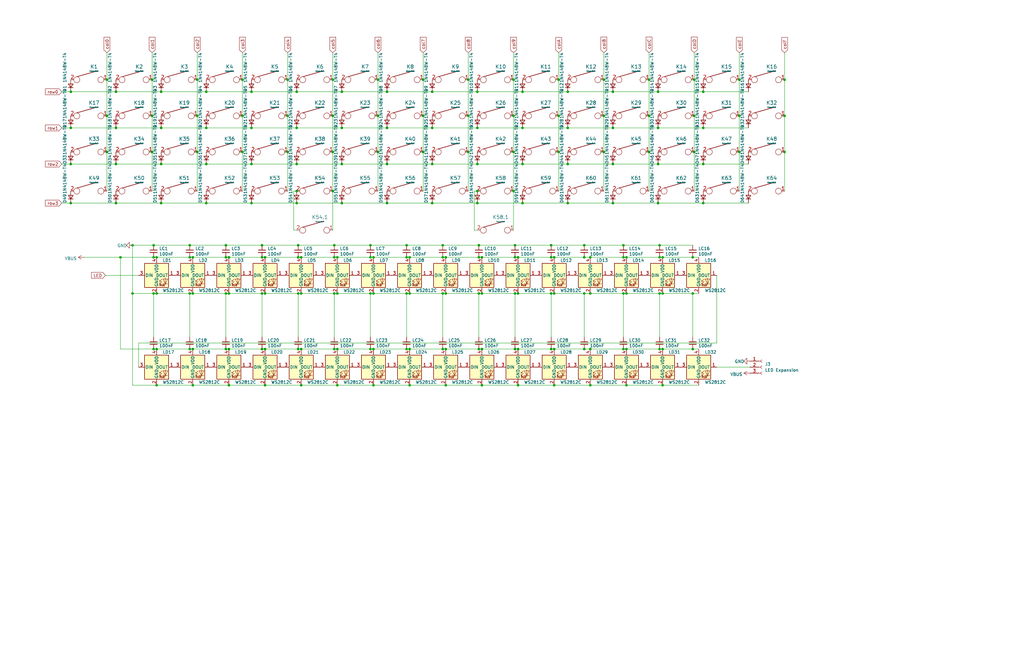
<source format=kicad_sch>
(kicad_sch (version 20230121) (generator eeschema)
  (paper "USLedger")
  (junction (at 125.095 85.725))
  (junction (at 216.535 80.645))
  (junction (at 121.285 64.135))
  (junction (at 144.145 69.215))
  (junction (at 197.485 64.135))
  (junction (at 111.76 162.56))
  (junction (at 144.145 85.725))
  (junction (at 157.48 147.32))
  (junction (at 159.385 33.655))
  (junction (at 156.21 108.585))
  (junction (at 201.295 69.215))
  (junction (at 29.845 69.215))
  (junction (at 248.92 162.56))
  (junction (at 186.69 108.585))
  (junction (at 203.2 147.32))
  (junction (at 292.1 147.32))
  (junction (at 292.735 64.135))
  (junction (at 218.44 162.56))
  (junction (at 45.085 64.135))
  (junction (at 277.495 38.735))
  (junction (at 125.73 103.505))
  (junction (at 50.8 108.585))
  (junction (at 182.245 85.725))
  (junction (at 80.01 103.505))
  (junction (at 220.345 69.215))
  (junction (at 178.435 33.655))
  (junction (at 273.685 33.655))
  (junction (at 201.295 38.735))
  (junction (at 66.04 108.585))
  (junction (at 248.92 147.32))
  (junction (at 201.93 123.825))
  (junction (at 106.045 53.975))
  (junction (at 273.685 48.895))
  (junction (at 48.895 69.215))
  (junction (at 292.1 123.825))
  (junction (at 157.48 108.585))
  (junction (at 201.93 147.32))
  (junction (at 102.235 48.895))
  (junction (at 264.16 108.585))
  (junction (at 156.21 103.505))
  (junction (at 233.68 147.32))
  (junction (at 106.045 85.725))
  (junction (at 187.96 123.825))
  (junction (at 140.335 33.655))
  (junction (at 125.095 80.645))
  (junction (at 311.785 48.895))
  (junction (at 29.845 85.725))
  (junction (at 279.4 108.585))
  (junction (at 81.28 108.585))
  (junction (at 125.73 147.32))
  (junction (at 232.41 123.825))
  (junction (at 296.545 53.975))
  (junction (at 292.735 33.655))
  (junction (at 48.895 85.725))
  (junction (at 235.585 64.135))
  (junction (at 182.245 69.215))
  (junction (at 163.195 69.215))
  (junction (at 254.635 48.895))
  (junction (at 201.295 53.975))
  (junction (at 86.995 85.725))
  (junction (at 111.76 147.32))
  (junction (at 197.485 33.655))
  (junction (at 277.495 53.975))
  (junction (at 55.88 103.505))
  (junction (at 187.96 147.32))
  (junction (at 140.97 123.825))
  (junction (at 262.89 108.585))
  (junction (at 81.28 162.56))
  (junction (at 201.295 85.725))
  (junction (at 246.38 108.585))
  (junction (at 127 147.32))
  (junction (at 201.93 108.585))
  (junction (at 157.48 123.825))
  (junction (at 233.68 123.825))
  (junction (at 140.97 108.585))
  (junction (at 216.535 48.895))
  (junction (at 201.295 80.645))
  (junction (at 67.945 38.735))
  (junction (at 48.895 38.735))
  (junction (at 121.285 48.895))
  (junction (at 95.25 123.825))
  (junction (at 83.185 48.895))
  (junction (at 258.445 53.975))
  (junction (at 239.395 69.215))
  (junction (at 220.345 38.735))
  (junction (at 232.41 108.585))
  (junction (at 278.13 108.585))
  (junction (at 172.72 147.32))
  (junction (at 64.135 48.895))
  (junction (at 172.72 108.585))
  (junction (at 218.44 108.585))
  (junction (at 203.2 108.585))
  (junction (at 248.92 123.825))
  (junction (at 96.52 162.56))
  (junction (at 64.77 108.585))
  (junction (at 203.2 162.56))
  (junction (at 163.195 53.975))
  (junction (at 278.13 103.505))
  (junction (at 48.895 53.975))
  (junction (at 95.25 147.32))
  (junction (at 159.385 48.895))
  (junction (at 292.735 48.895))
  (junction (at 171.45 103.505))
  (junction (at 296.545 85.725))
  (junction (at 279.4 123.825))
  (junction (at 248.92 108.585))
  (junction (at 254.635 64.135))
  (junction (at 66.04 162.56))
  (junction (at 186.69 123.825))
  (junction (at 96.52 147.32))
  (junction (at 311.785 33.655))
  (junction (at 217.17 108.585))
  (junction (at 29.845 53.975))
  (junction (at 95.25 103.505))
  (junction (at 80.01 108.585))
  (junction (at 45.085 48.895))
  (junction (at 64.135 64.135))
  (junction (at 217.17 123.825))
  (junction (at 106.045 69.215))
  (junction (at 66.04 147.32))
  (junction (at 142.24 162.56))
  (junction (at 217.17 103.505))
  (junction (at 66.04 123.825))
  (junction (at 178.435 64.135))
  (junction (at 142.24 123.825))
  (junction (at 186.69 147.32))
  (junction (at 171.45 108.585))
  (junction (at 86.995 38.735))
  (junction (at 144.145 53.975))
  (junction (at 86.995 53.975))
  (junction (at 254.635 33.655))
  (junction (at 96.52 108.585))
  (junction (at 171.45 147.32))
  (junction (at 278.13 147.32))
  (junction (at 140.97 147.32))
  (junction (at 216.535 33.655))
  (junction (at 156.21 123.825))
  (junction (at 86.995 69.215))
  (junction (at 273.685 64.135))
  (junction (at 197.485 48.895))
  (junction (at 171.45 123.825))
  (junction (at 235.585 33.655))
  (junction (at 127 123.825))
  (junction (at 264.16 123.825))
  (junction (at 140.97 103.505))
  (junction (at 125.73 108.585))
  (junction (at 64.135 33.655))
  (junction (at 110.49 103.505))
  (junction (at 140.335 48.895))
  (junction (at 102.235 64.135))
  (junction (at 64.77 147.32))
  (junction (at 80.01 123.825))
  (junction (at 201.93 103.505))
  (junction (at 110.49 123.825))
  (junction (at 144.145 38.735))
  (junction (at 172.72 123.825))
  (junction (at 67.945 53.975))
  (junction (at 163.195 85.725))
  (junction (at 296.545 69.215))
  (junction (at 203.2 123.825))
  (junction (at 258.445 69.215))
  (junction (at 163.195 38.735))
  (junction (at 159.385 64.135))
  (junction (at 239.395 53.975))
  (junction (at 83.185 64.135))
  (junction (at 102.235 33.655))
  (junction (at 279.4 147.32))
  (junction (at 262.89 103.505))
  (junction (at 182.245 38.735))
  (junction (at 55.88 123.825))
  (junction (at 262.89 147.32))
  (junction (at 127 162.56))
  (junction (at 140.335 80.645))
  (junction (at 311.785 64.135))
  (junction (at 125.095 69.215))
  (junction (at 121.285 33.655))
  (junction (at 220.345 53.975))
  (junction (at 262.89 123.825))
  (junction (at 216.535 64.135))
  (junction (at 178.435 48.895))
  (junction (at 187.96 108.585))
  (junction (at 279.4 162.56))
  (junction (at 330.835 33.655))
  (junction (at 172.72 162.56))
  (junction (at 258.445 85.725))
  (junction (at 64.77 103.505))
  (junction (at 264.16 162.56))
  (junction (at 182.245 53.975))
  (junction (at 246.38 103.505))
  (junction (at 110.49 147.32))
  (junction (at 67.945 69.215))
  (junction (at 110.49 108.585))
  (junction (at 81.28 147.32))
  (junction (at 125.095 38.735))
  (junction (at 140.335 64.135))
  (junction (at 292.1 108.585))
  (junction (at 239.395 85.725))
  (junction (at 29.845 38.735))
  (junction (at 277.495 85.725))
  (junction (at 235.585 48.895))
  (junction (at 264.16 147.32))
  (junction (at 157.48 162.56))
  (junction (at 232.41 103.505))
  (junction (at 258.445 38.735))
  (junction (at 187.96 162.56))
  (junction (at 296.545 38.735))
  (junction (at 81.28 123.825))
  (junction (at 232.41 147.32))
  (junction (at 111.76 123.825))
  (junction (at 330.835 48.895))
  (junction (at 125.73 123.825))
  (junction (at 218.44 147.32))
  (junction (at 233.68 108.585))
  (junction (at 95.25 108.585))
  (junction (at 96.52 123.825))
  (junction (at 277.495 69.215))
  (junction (at 233.68 162.56))
  (junction (at 142.24 108.585))
  (junction (at 246.38 147.32))
  (junction (at 45.085 33.655))
  (junction (at 218.44 123.825))
  (junction (at 186.69 103.505))
  (junction (at 239.395 38.735))
  (junction (at 156.21 147.32))
  (junction (at 246.38 123.825))
  (junction (at 278.13 123.825))
  (junction (at 142.24 147.32))
  (junction (at 64.77 123.825))
  (junction (at 106.045 38.735))
  (junction (at 67.945 85.725))
  (junction (at 220.345 85.725))
  (junction (at 125.095 53.975))
  (junction (at 83.185 33.655))
  (junction (at 111.76 108.585))
  (junction (at 127 108.585))
  (junction (at 330.835 64.135))
  (junction (at 217.17 147.32))
  (junction (at 80.01 147.32))
  (wire (pts (xy 50.8 108.585) (xy 50.8 147.32)))
  (wire (pts (xy 302.26 116.205) (xy 302.26 144.78)))
  (wire (pts (xy 292.735 64.135) (xy 292.735 80.645)))
  (wire (pts (xy 258.445 85.725) (xy 239.395 85.725)))
  (wire (pts (xy 127 162.56) (xy 142.24 162.56)))
  (wire (pts (xy 187.96 162.56) (xy 203.2 162.56)))
  (wire (pts (xy 279.4 147.32) (xy 292.1 147.32)))
  (wire (pts (xy 45.085 64.135) (xy 45.085 80.645)))
  (wire (pts (xy 235.585 64.135) (xy 235.585 80.645)))
  (wire (pts (xy 220.345 69.215) (xy 239.395 69.215)))
  (wire (pts (xy 311.785 22.225) (xy 311.785 33.655)))
  (wire (pts (xy 172.72 123.825) (xy 186.69 123.825)))
  (wire (pts (xy 80.01 103.505) (xy 95.25 103.505)))
  (wire (pts (xy 279.4 108.585) (xy 292.1 108.585)))
  (wire (pts (xy 172.72 162.56) (xy 187.96 162.56)))
  (wire (pts (xy 262.89 108.585) (xy 264.16 108.585)))
  (wire (pts (xy 95.25 103.505) (xy 110.49 103.505)))
  (wire (pts (xy 156.21 108.585) (xy 157.48 108.585)))
  (wire (pts (xy 81.28 147.32) (xy 95.25 147.32)))
  (wire (pts (xy 125.73 142.24) (xy 125.73 123.825)))
  (wire (pts (xy 140.335 48.895) (xy 140.335 64.135)))
  (wire (pts (xy 50.8 108.585) (xy 64.77 108.585)))
  (wire (pts (xy 264.16 162.56) (xy 279.4 162.56)))
  (wire (pts (xy 273.685 48.895) (xy 273.685 33.655)))
  (wire (pts (xy 66.04 108.585) (xy 80.01 108.585)))
  (wire (pts (xy 254.635 64.135) (xy 254.635 80.645)))
  (wire (pts (xy 125.73 103.505) (xy 140.97 103.505)))
  (wire (pts (xy 48.895 69.215) (xy 67.945 69.215)))
  (wire (pts (xy 140.335 80.645) (xy 140.335 97.155)))
  (wire (pts (xy 96.52 108.585) (xy 110.49 108.585)))
  (wire (pts (xy 302.26 144.78) (xy 58.42 144.78)))
  (wire (pts (xy 220.345 53.975) (xy 201.295 53.975)))
  (wire (pts (xy 171.45 108.585) (xy 172.72 108.585)))
  (wire (pts (xy 102.235 33.655) (xy 102.235 22.225)))
  (wire (pts (xy 233.68 108.585) (xy 246.38 108.585)))
  (wire (pts (xy 55.88 123.825) (xy 64.77 123.825)))
  (wire (pts (xy 182.245 69.215) (xy 201.295 69.215)))
  (wire (pts (xy 110.49 147.32) (xy 111.76 147.32)))
  (wire (pts (xy 125.095 53.975) (xy 106.045 53.975)))
  (wire (pts (xy 102.235 33.655) (xy 102.235 48.895)))
  (wire (pts (xy 246.38 103.505) (xy 262.89 103.505)))
  (wire (pts (xy 64.135 48.895) (xy 64.135 64.135)))
  (wire (pts (xy 178.435 48.895) (xy 178.435 64.135)))
  (wire (pts (xy 127 108.585) (xy 140.97 108.585)))
  (wire (pts (xy 125.095 69.215) (xy 144.145 69.215)))
  (wire (pts (xy 277.495 53.975) (xy 258.445 53.975)))
  (wire (pts (xy 187.96 108.585) (xy 201.93 108.585)))
  (wire (pts (xy 217.17 123.825) (xy 218.44 123.825)))
  (wire (pts (xy 64.77 147.32) (xy 66.04 147.32)))
  (wire (pts (xy 264.16 123.825) (xy 278.13 123.825)))
  (wire (pts (xy 48.895 85.725) (xy 29.845 85.725)))
  (wire (pts (xy 264.16 108.585) (xy 278.13 108.585)))
  (wire (pts (xy 239.395 38.735) (xy 258.445 38.735)))
  (wire (pts (xy 217.17 147.32) (xy 218.44 147.32)))
  (wire (pts (xy 178.435 33.655) (xy 178.435 22.225)))
  (wire (pts (xy 273.685 80.645) (xy 273.685 64.135)))
  (wire (pts (xy 95.25 142.24) (xy 95.25 123.825)))
  (wire (pts (xy 278.13 142.24) (xy 278.13 123.825)))
  (wire (pts (xy 121.285 22.225) (xy 121.285 33.655)))
  (wire (pts (xy 95.25 147.32) (xy 96.52 147.32)))
  (wire (pts (xy 58.42 144.78) (xy 58.42 154.94)))
  (wire (pts (xy 248.92 123.825) (xy 262.89 123.825)))
  (wire (pts (xy 217.17 108.585) (xy 218.44 108.585)))
  (wire (pts (xy 106.045 53.975) (xy 86.995 53.975)))
  (wire (pts (xy 216.535 64.135) (xy 216.535 80.645)))
  (wire (pts (xy 125.73 123.825) (xy 127 123.825)))
  (wire (pts (xy 102.235 64.135) (xy 102.235 80.645)))
  (wire (pts (xy 302.26 154.94) (xy 316.23 154.94)))
  (wire (pts (xy 48.895 53.975) (xy 29.845 53.975)))
  (wire (pts (xy 48.895 38.735) (xy 67.945 38.735)))
  (wire (pts (xy 127 147.32) (xy 140.97 147.32)))
  (wire (pts (xy 64.77 142.24) (xy 64.77 123.825)))
  (wire (pts (xy 86.995 38.735) (xy 106.045 38.735)))
  (wire (pts (xy 35.56 108.585) (xy 50.8 108.585)))
  (wire (pts (xy 279.4 147.32) (xy 278.13 147.32)))
  (wire (pts (xy 140.97 103.505) (xy 156.21 103.505)))
  (wire (pts (xy 110.49 123.825) (xy 111.76 123.825)))
  (wire (pts (xy 66.04 147.32) (xy 80.01 147.32)))
  (wire (pts (xy 186.69 147.32) (xy 187.96 147.32)))
  (wire (pts (xy 232.41 142.24) (xy 232.41 123.825)))
  (wire (pts (xy 315.595 53.975) (xy 296.545 53.975)))
  (wire (pts (xy 248.92 162.56) (xy 264.16 162.56)))
  (wire (pts (xy 254.635 48.895) (xy 254.635 64.135)))
  (wire (pts (xy 55.88 162.56) (xy 66.04 162.56)))
  (wire (pts (xy 279.4 162.56) (xy 294.64 162.56)))
  (wire (pts (xy 67.945 85.725) (xy 48.895 85.725)))
  (wire (pts (xy 203.2 108.585) (xy 217.17 108.585)))
  (wire (pts (xy 171.45 142.24) (xy 171.45 123.825)))
  (wire (pts (xy 163.195 85.725) (xy 144.145 85.725)))
  (wire (pts (xy 262.89 123.825) (xy 264.16 123.825)))
  (wire (pts (xy 233.68 147.32) (xy 246.38 147.32)))
  (wire (pts (xy 121.285 33.655) (xy 121.285 48.895)))
  (wire (pts (xy 201.93 123.825) (xy 203.2 123.825)))
  (wire (pts (xy 80.01 108.585) (xy 81.28 108.585)))
  (wire (pts (xy 67.945 38.735) (xy 86.995 38.735)))
  (wire (pts (xy 182.245 38.735) (xy 201.295 38.735)))
  (wire (pts (xy 123.825 80.645) (xy 123.825 97.155)))
  (wire (pts (xy 296.545 53.975) (xy 277.495 53.975)))
  (wire (pts (xy 64.135 64.135) (xy 64.135 80.645)))
  (wire (pts (xy 292.735 48.895) (xy 292.735 64.135)))
  (wire (pts (xy 296.545 85.725) (xy 277.495 85.725)))
  (wire (pts (xy 58.42 116.205) (xy 44.45 116.205)))
  (wire (pts (xy 278.13 123.825) (xy 279.4 123.825)))
  (wire (pts (xy 163.195 53.975) (xy 144.145 53.975)))
  (wire (pts (xy 197.485 22.225) (xy 197.485 33.655)))
  (wire (pts (xy 203.2 147.32) (xy 217.17 147.32)))
  (wire (pts (xy 96.52 123.825) (xy 110.49 123.825)))
  (wire (pts (xy 86.995 85.725) (xy 67.945 85.725)))
  (wire (pts (xy 29.845 69.215) (xy 48.895 69.215)))
  (wire (pts (xy 96.52 162.56) (xy 111.76 162.56)))
  (wire (pts (xy 201.295 85.725) (xy 182.245 85.725)))
  (wire (pts (xy 315.595 85.725) (xy 296.545 85.725)))
  (wire (pts (xy 218.44 123.825) (xy 232.41 123.825)))
  (wire (pts (xy 178.435 64.135) (xy 178.435 80.645)))
  (wire (pts (xy 81.28 108.585) (xy 95.25 108.585)))
  (wire (pts (xy 186.69 108.585) (xy 187.96 108.585)))
  (wire (pts (xy 163.195 38.735) (xy 182.245 38.735)))
  (wire (pts (xy 330.835 64.135) (xy 330.835 80.645)))
  (wire (pts (xy 201.295 69.215) (xy 220.345 69.215)))
  (wire (pts (xy 64.77 108.585) (xy 66.04 108.585)))
  (wire (pts (xy 111.76 147.32) (xy 125.73 147.32)))
  (wire (pts (xy 279.4 123.825) (xy 292.1 123.825)))
  (wire (pts (xy 144.145 85.725) (xy 125.095 85.725)))
  (wire (pts (xy 232.41 123.825) (xy 233.68 123.825)))
  (wire (pts (xy 121.285 64.135) (xy 121.285 80.645)))
  (wire (pts (xy 55.88 103.505) (xy 55.88 123.825)))
  (wire (pts (xy 187.96 123.825) (xy 201.93 123.825)))
  (wire (pts (xy 246.38 108.585) (xy 248.92 108.585)))
  (wire (pts (xy 201.93 142.24) (xy 201.93 123.825)))
  (wire (pts (xy 26.035 53.975) (xy 29.845 53.975)))
  (wire (pts (xy 277.495 85.725) (xy 258.445 85.725)))
  (wire (pts (xy 232.41 103.505) (xy 246.38 103.505)))
  (wire (pts (xy 203.2 123.825) (xy 217.17 123.825)))
  (wire (pts (xy 111.76 162.56) (xy 127 162.56)))
  (wire (pts (xy 200.025 80.645) (xy 200.025 97.155)))
  (wire (pts (xy 217.17 103.505) (xy 232.41 103.505)))
  (wire (pts (xy 111.76 108.585) (xy 125.73 108.585)))
  (wire (pts (xy 110.49 108.585) (xy 111.76 108.585)))
  (wire (pts (xy 296.545 69.215) (xy 315.595 69.215)))
  (wire (pts (xy 26.035 38.735) (xy 29.845 38.735)))
  (wire (pts (xy 127 123.825) (xy 140.97 123.825)))
  (wire (pts (xy 157.48 108.585) (xy 171.45 108.585)))
  (wire (pts (xy 64.135 33.655) (xy 64.135 48.895)))
  (wire (pts (xy 55.88 123.825) (xy 55.88 162.56)))
  (wire (pts (xy 95.25 123.825) (xy 96.52 123.825)))
  (wire (pts (xy 233.68 123.825) (xy 246.38 123.825)))
  (wire (pts (xy 80.01 147.32) (xy 81.28 147.32)))
  (wire (pts (xy 80.01 123.825) (xy 81.28 123.825)))
  (wire (pts (xy 111.76 123.825) (xy 125.73 123.825)))
  (wire (pts (xy 262.89 142.24) (xy 262.89 123.825)))
  (wire (pts (xy 258.445 53.975) (xy 239.395 53.975)))
  (wire (pts (xy 96.52 147.32) (xy 110.49 147.32)))
  (wire (pts (xy 157.48 147.32) (xy 171.45 147.32)))
  (wire (pts (xy 216.535 80.645) (xy 216.535 97.155)))
  (wire (pts (xy 55.88 103.505) (xy 64.77 103.505)))
  (wire (pts (xy 29.845 38.735) (xy 48.895 38.735)))
  (wire (pts (xy 110.49 103.505) (xy 125.73 103.505)))
  (wire (pts (xy 125.095 38.735) (xy 144.145 38.735)))
  (wire (pts (xy 292.735 33.655) (xy 292.735 48.895)))
  (wire (pts (xy 178.435 33.655) (xy 178.435 48.895)))
  (wire (pts (xy 296.545 38.735) (xy 315.595 38.735)))
  (wire (pts (xy 186.69 142.24) (xy 186.69 123.825)))
  (wire (pts (xy 142.24 108.585) (xy 156.21 108.585)))
  (wire (pts (xy 239.395 69.215) (xy 258.445 69.215)))
  (wire (pts (xy 80.01 142.24) (xy 80.01 123.825)))
  (wire (pts (xy 186.69 123.825) (xy 187.96 123.825)))
  (wire (pts (xy 186.69 103.505) (xy 201.93 103.505)))
  (wire (pts (xy 125.095 85.725) (xy 106.045 85.725)))
  (wire (pts (xy 156.21 103.505) (xy 171.45 103.505)))
  (wire (pts (xy 95.25 108.585) (xy 96.52 108.585)))
  (wire (pts (xy 159.385 33.655) (xy 159.385 48.895)))
  (wire (pts (xy 159.385 48.895) (xy 159.385 64.135)))
  (wire (pts (xy 201.93 147.32) (xy 203.2 147.32)))
  (wire (pts (xy 142.24 147.32) (xy 156.21 147.32)))
  (wire (pts (xy 67.945 69.215) (xy 86.995 69.215)))
  (wire (pts (xy 140.335 64.135) (xy 140.335 80.645)))
  (wire (pts (xy 246.38 123.825) (xy 248.92 123.825)))
  (wire (pts (xy 81.28 162.56) (xy 96.52 162.56)))
  (wire (pts (xy 311.785 33.655) (xy 311.785 48.895)))
  (wire (pts (xy 142.24 123.825) (xy 156.21 123.825)))
  (wire (pts (xy 235.585 48.895) (xy 235.585 64.135)))
  (wire (pts (xy 83.185 48.895) (xy 83.185 64.135)))
  (wire (pts (xy 278.13 103.505) (xy 292.1 103.505)))
  (wire (pts (xy 110.49 142.24) (xy 110.49 123.825)))
  (wire (pts (xy 201.295 38.735) (xy 220.345 38.735)))
  (wire (pts (xy 142.24 162.56) (xy 157.48 162.56)))
  (wire (pts (xy 64.77 103.505) (xy 80.01 103.505)))
  (wire (pts (xy 171.45 123.825) (xy 172.72 123.825)))
  (wire (pts (xy 216.535 33.655) (xy 216.535 48.895)))
  (wire (pts (xy 50.8 147.32) (xy 64.77 147.32)))
  (wire (pts (xy 264.16 147.32) (xy 278.13 147.32)))
  (wire (pts (xy 220.345 85.725) (xy 201.295 85.725)))
  (wire (pts (xy 218.44 147.32) (xy 232.41 147.32)))
  (wire (pts (xy 140.97 108.585) (xy 142.24 108.585)))
  (wire (pts (xy 86.995 69.215) (xy 106.045 69.215)))
  (wire (pts (xy 156.21 123.825) (xy 157.48 123.825)))
  (wire (pts (xy 64.135 22.225) (xy 64.135 33.655)))
  (wire (pts (xy 26.035 85.725) (xy 29.845 85.725)))
  (wire (pts (xy 200.025 97.155) (xy 201.295 97.155)))
  (wire (pts (xy 45.085 48.895) (xy 45.085 64.135)))
  (wire (pts (xy 292.1 147.32) (xy 294.64 147.32)))
  (wire (pts (xy 125.095 80.645) (xy 123.825 80.645)))
  (wire (pts (xy 233.68 162.56) (xy 248.92 162.56)))
  (wire (pts (xy 330.835 33.655) (xy 330.835 22.225)))
  (wire (pts (xy 86.995 53.975) (xy 67.945 53.975)))
  (wire (pts (xy 163.195 69.215) (xy 182.245 69.215)))
  (wire (pts (xy 172.72 108.585) (xy 186.69 108.585)))
  (wire (pts (xy 66.04 123.825) (xy 80.01 123.825)))
  (wire (pts (xy 233.68 108.585) (xy 232.41 108.585)))
  (wire (pts (xy 140.97 123.825) (xy 142.24 123.825)))
  (wire (pts (xy 273.685 22.225) (xy 273.685 33.655)))
  (wire (pts (xy 106.045 38.735) (xy 125.095 38.735)))
  (wire (pts (xy 248.92 147.32) (xy 262.89 147.32)))
  (wire (pts (xy 171.45 103.505) (xy 186.69 103.505)))
  (wire (pts (xy 292.1 108.585) (xy 294.64 108.585)))
  (wire (pts (xy 218.44 108.585) (xy 232.41 108.585)))
  (wire (pts (xy 156.21 142.24) (xy 156.21 123.825)))
  (wire (pts (xy 246.38 142.24) (xy 246.38 123.825)))
  (wire (pts (xy 102.235 48.895) (xy 102.235 64.135)))
  (wire (pts (xy 279.4 108.585) (xy 278.13 108.585)))
  (wire (pts (xy 159.385 64.135) (xy 159.385 80.645)))
  (wire (pts (xy 140.335 33.655) (xy 140.335 22.225)))
  (wire (pts (xy 140.97 147.32) (xy 142.24 147.32)))
  (wire (pts (xy 45.085 33.655) (xy 45.085 22.225)))
  (wire (pts (xy 156.21 147.32) (xy 157.48 147.32)))
  (wire (pts (xy 45.085 33.655) (xy 45.085 48.895)))
  (wire (pts (xy 311.785 64.135) (xy 311.785 80.645)))
  (wire (pts (xy 254.635 33.655) (xy 254.635 22.225)))
  (wire (pts (xy 203.2 162.56) (xy 218.44 162.56)))
  (wire (pts (xy 201.295 53.975) (xy 182.245 53.975)))
  (wire (pts (xy 330.835 48.895) (xy 330.835 64.135)))
  (wire (pts (xy 123.825 97.155) (xy 125.095 97.155)))
  (wire (pts (xy 140.97 142.24) (xy 140.97 123.825)))
  (wire (pts (xy 144.145 53.975) (xy 125.095 53.975)))
  (wire (pts (xy 246.38 147.32) (xy 248.92 147.32)))
  (wire (pts (xy 125.73 108.585) (xy 127 108.585)))
  (wire (pts (xy 311.785 48.895) (xy 311.785 64.135)))
  (wire (pts (xy 292.1 123.825) (xy 294.64 123.825)))
  (wire (pts (xy 144.145 38.735) (xy 163.195 38.735)))
  (wire (pts (xy 262.89 103.505) (xy 278.13 103.505)))
  (wire (pts (xy 277.495 38.735) (xy 296.545 38.735)))
  (wire (pts (xy 26.035 69.215) (xy 29.845 69.215)))
  (wire (pts (xy 220.345 38.735) (xy 239.395 38.735)))
  (wire (pts (xy 125.73 147.32) (xy 127 147.32)))
  (wire (pts (xy 187.96 147.32) (xy 201.93 147.32)))
  (wire (pts (xy 233.68 147.32) (xy 232.41 147.32)))
  (wire (pts (xy 64.77 123.825) (xy 66.04 123.825)))
  (wire (pts (xy 201.295 80.645) (xy 200.025 80.645)))
  (wire (pts (xy 157.48 123.825) (xy 171.45 123.825)))
  (wire (pts (xy 83.185 22.225) (xy 83.185 33.655)))
  (wire (pts (xy 83.185 64.135) (xy 83.185 80.645)))
  (wire (pts (xy 330.835 33.655) (xy 330.835 48.895)))
  (wire (pts (xy 216.535 48.895) (xy 216.535 64.135)))
  (wire (pts (xy 159.385 22.225) (xy 159.385 33.655)))
  (wire (pts (xy 144.145 69.215) (xy 163.195 69.215)))
  (wire (pts (xy 182.245 85.725) (xy 163.195 85.725)))
  (wire (pts (xy 218.44 162.56) (xy 233.68 162.56)))
  (wire (pts (xy 83.185 33.655) (xy 83.185 48.895)))
  (wire (pts (xy 216.535 33.655) (xy 216.535 22.225)))
  (wire (pts (xy 67.945 53.975) (xy 48.895 53.975)))
  (wire (pts (xy 217.17 142.24) (xy 217.17 123.825)))
  (wire (pts (xy 292.735 33.655) (xy 292.735 22.225)))
  (wire (pts (xy 277.495 69.215) (xy 296.545 69.215)))
  (wire (pts (xy 182.245 53.975) (xy 163.195 53.975)))
  (wire (pts (xy 235.585 22.225) (xy 235.585 33.655)))
  (wire (pts (xy 81.28 123.825) (xy 95.25 123.825)))
  (wire (pts (xy 172.72 147.32) (xy 186.69 147.32)))
  (wire (pts (xy 248.92 108.585) (xy 262.89 108.585)))
  (wire (pts (xy 262.89 147.32) (xy 264.16 147.32)))
  (wire (pts (xy 197.485 48.895) (xy 197.485 64.135)))
  (wire (pts (xy 239.395 53.975) (xy 220.345 53.975)))
  (wire (pts (xy 292.1 142.24) (xy 292.1 123.825)))
  (wire (pts (xy 235.585 33.655) (xy 235.585 48.895)))
  (wire (pts (xy 140.335 33.655) (xy 140.335 48.895)))
  (wire (pts (xy 171.45 147.32) (xy 172.72 147.32)))
  (wire (pts (xy 239.395 85.725) (xy 220.345 85.725)))
  (wire (pts (xy 106.045 85.725) (xy 86.995 85.725)))
  (wire (pts (xy 197.485 33.655) (xy 197.485 48.895)))
  (wire (pts (xy 258.445 69.215) (xy 277.495 69.215)))
  (wire (pts (xy 201.93 108.585) (xy 203.2 108.585)))
  (wire (pts (xy 121.285 48.895) (xy 121.285 64.135)))
  (wire (pts (xy 66.04 162.56) (xy 81.28 162.56)))
  (wire (pts (xy 258.445 38.735) (xy 277.495 38.735)))
  (wire (pts (xy 157.48 162.56) (xy 172.72 162.56)))
  (wire (pts (xy 254.635 33.655) (xy 254.635 48.895)))
  (wire (pts (xy 273.685 64.135) (xy 273.685 48.895)))
  (wire (pts (xy 201.93 103.505) (xy 217.17 103.505)))
  (wire (pts (xy 106.045 69.215) (xy 125.095 69.215)))
  (wire (pts (xy 197.485 64.135) (xy 197.485 80.645)))
  (global_label "colF" (shape input) (at 330.835 22.225 90) (property "Intersheetrefs" "${INTERSHEET_REFS}" (effects hide)))
  (global_label "colC" (shape input) (at 273.685 22.225 90) (property "Intersheetrefs" "${INTERSHEET_REFS}" (effects hide)))
  (global_label "colA" (shape input) (at 235.585 22.225 90) (property "Intersheetrefs" "${INTERSHEET_REFS}" (effects hide)))
  (global_label "colE" (shape input) (at 311.785 22.225 90) (property "Intersheetrefs" "${INTERSHEET_REFS}" (effects hide)))
  (global_label "col4" (shape input) (at 121.285 22.225 90) (property "Intersheetrefs" "${INTERSHEET_REFS}" (effects hide)))
  (global_label "row1" (shape input) (at 26.035 53.975 180) (property "Intersheetrefs" "${INTERSHEET_REFS}" (effects hide)))
  (global_label "colB" (shape input) (at 254.635 22.225 90) (property "Intersheetrefs" "${INTERSHEET_REFS}" (effects hide)))
  (global_label "row3" (shape input) (at 26.035 85.725 180) (property "Intersheetrefs" "${INTERSHEET_REFS}" (effects hide)))
  (global_label "col1" (shape input) (at 64.135 22.225 90) (property "Intersheetrefs" "${INTERSHEET_REFS}" (effects hide)))
  (global_label "row2" (shape input) (at 26.035 69.215 180) (property "Intersheetrefs" "${INTERSHEET_REFS}" (effects hide)))
  (global_label "col2" (shape input) (at 83.185 22.225 90) (property "Intersheetrefs" "${INTERSHEET_REFS}" (effects hide)))
  (global_label "col7" (shape input) (at 178.435 22.225 90) (property "Intersheetrefs" "${INTERSHEET_REFS}" (effects hide)))
  (global_label "LED" (shape input) (at 44.45 116.205 180) (property "Intersheetrefs" "${INTERSHEET_REFS}" (effects hide)))
  (global_label "col8" (shape input) (at 197.485 22.225 90) (property "Intersheetrefs" "${INTERSHEET_REFS}" (effects hide)))
  (global_label "col9" (shape input) (at 216.535 22.225 90) (property "Intersheetrefs" "${INTERSHEET_REFS}" (effects hide)))
  (global_label "col3" (shape input) (at 102.235 22.225 90) (property "Intersheetrefs" "${INTERSHEET_REFS}" (effects hide)))
  (global_label "col5" (shape input) (at 140.335 22.225 90) (property "Intersheetrefs" "${INTERSHEET_REFS}" (effects hide)))
  (global_label "row0" (shape input) (at 26.035 38.735 180) (property "Intersheetrefs" "${INTERSHEET_REFS}" (effects hide)))
  (global_label "col0" (shape input) (at 45.085 22.225 90) (property "Intersheetrefs" "${INTERSHEET_REFS}" (effects hide)))
  (global_label "colD" (shape input) (at 292.735 22.225 90) (property "Intersheetrefs" "${INTERSHEET_REFS}" (effects hide)))
  (global_label "col6" (shape input) (at 159.385 22.225 90) (property "Intersheetrefs" "${INTERSHEET_REFS}" (effects hide)))
  (symbol (lib_id "Device:C_Small") (at 201.93 144.78 0) (unit 1)
    (property "Reference" "LC26" (at 204.2668 143.6116 0) (effects (justify left)))
    (property "Value" "100nF" (at 204.2668 145.923 0) (effects (justify left)))
    (property "Footprint" "EDI:Passive_0402_1005Metric" (effects hide))
    (property "LCSC" "C307331" (effects hide))
  )
  (symbol (lib_id "Device:D_Small") (at 239.395 83.185 270) (mirror x) (unit 1)
    (property "Reference" "D60" (at 236.855 85.725 0) (effects (justify left)))
    (property "Value" "1N4148W-T4" (at 236.855 81.915 0) (effects (justify left)))
    (property "Footprint" "EDI:D_SOD-523" (effects hide))
    (property "LCSC" "C68948" (effects hide))
  )
  (symbol (lib_id "HL-Mk2-rescue:KEYSW-keyboard_parts") (at 304.165 33.655 0) (unit 1)
    (property "Reference" "K15" (at 306.3494 28.1432 0) (effects (font (size 1.524 1.524))))
    (property "Value" "Keyswitch" (at 306.3494 30.0228 0) (effects (font (size 0.508 0.508))))
    (property "Footprint" "EDI:SW_MX" (effects hide))
  )
  (symbol (lib_id "Device:C_Small") (at 186.69 144.78 0) (unit 1)
    (property "Reference" "LC25" (at 189.0268 143.6116 0) (effects (justify left)))
    (property "Value" "100nF" (at 189.0268 145.923 0) (effects (justify left)))
    (property "Footprint" "EDI:Passive_0402_1005Metric" (effects hide))
    (property "LCSC" "C307331" (effects hide))
  )
  (symbol (lib_id "HL-Mk2-rescue:KEYSW-keyboard_parts") (at 94.615 48.895 0) (unit 1)
    (property "Reference" "K20" (at 96.7994 43.3832 0) (effects (font (size 1.524 1.524))))
    (property "Value" "Keyswitch" (at 96.7994 45.2628 0) (effects (font (size 0.508 0.508))))
    (property "Footprint" "EDI:SW_MX" (effects hide))
  )
  (symbol (lib_id "Device:D_Small") (at 29.845 51.435 270) (mirror x) (unit 1)
    (property "Reference" "D17" (at 27.305 53.975 0) (effects (justify left)))
    (property "Value" "1N4148W-T4" (at 27.305 50.165 0) (effects (justify left)))
    (property "Footprint" "EDI:D_SOD-523" (effects hide))
    (property "LCSC" "C68948" (effects hide))
  )
  (symbol (lib_id "Device:D_Small") (at 144.145 51.435 270) (mirror x) (unit 1)
    (property "Reference" "D23" (at 141.605 53.975 0) (effects (justify left)))
    (property "Value" "1N4148W-T4" (at 141.605 50.165 0) (effects (justify left)))
    (property "Footprint" "EDI:D_SOD-523" (effects hide))
    (property "LCSC" "C68948" (effects hide))
  )
  (symbol (lib_id "HL-Mk2-rescue:KEYSW-keyboard_parts") (at 75.565 64.135 0) (unit 1)
    (property "Reference" "K35" (at 77.7494 58.6232 0) (effects (font (size 1.524 1.524))))
    (property "Value" "Keyswitch" (at 77.7494 60.5028 0) (effects (font (size 0.508 0.508))))
    (property "Footprint" "EDI:SW_MX" (effects hide))
  )
  (symbol (lib_id "EDI:WS2812C") (at 203.2 116.205 0) (unit 1)
    (property "Reference" "LD10" (at 205.74 109.855 0) (effects (justify left)))
    (property "Value" "WS2812C" (at 205.74 122.555 0) (effects (justify left)))
    (property "Footprint" "EDI:WS2812B_2020" (effects hide))
    (property "Datasheet" "https://cdn-shop.adafruit.com/datasheets/WS2812B.pdf" (effects hide))
    (property "LCSC" "C2976072" (effects hide))
  )
  (symbol (lib_id "Device:D_Small") (at 239.395 36.195 270) (mirror x) (unit 1)
    (property "Reference" "D12" (at 236.855 38.735 0) (effects (justify left)))
    (property "Value" "1N4148W-T4" (at 236.855 34.925 0) (effects (justify left)))
    (property "Footprint" "EDI:D_SOD-523" (effects hide))
    (property "LCSC" "C68948" (effects hide))
  )
  (symbol (lib_id "Device:D_Small") (at 86.995 36.195 270) (mirror x) (unit 1)
    (property "Reference" "D4" (at 84.455 38.735 0) (effects (justify left)))
    (property "Value" "1N4148W-T4" (at 84.455 34.925 0) (effects (justify left)))
    (property "Footprint" "EDI:D_SOD-523" (effects hide))
    (property "LCSC" "C68948" (effects hide))
  )
  (symbol (lib_id "HL-Mk2-rescue:KEYSW-keyboard_parts") (at 285.115 64.135 0) (unit 1)
    (property "Reference" "K46" (at 287.2994 58.6232 0) (effects (font (size 1.524 1.524))))
    (property "Value" "Keyswitch" (at 287.2994 60.5028 0) (effects (font (size 0.508 0.508))))
    (property "Footprint" "EDI:SW_MX" (effects hide))
  )
  (symbol (lib_id "Device:C_Small") (at 292.1 144.78 0) (unit 1)
    (property "Reference" "LC32" (at 294.4368 143.6116 0) (effects (justify left)))
    (property "Value" "100nF" (at 294.4368 145.923 0) (effects (justify left)))
    (property "Footprint" "EDI:Passive_0402_1005Metric" (effects hide))
    (property "LCSC" "C307331" (effects hide))
  )
  (symbol (lib_id "Device:D_Small") (at 315.595 66.675 270) (mirror x) (unit 1)
    (property "Reference" "D48" (at 313.055 69.215 0) (effects (justify left)))
    (property "Value" "1N4148W-T4" (at 313.055 65.405 0) (effects (justify left)))
    (property "Footprint" "EDI:D_SOD-523" (effects hide))
    (property "LCSC" "C68948" (effects hide))
  )
  (symbol (lib_id "power:GND") (at 55.88 103.505 270) (unit 1)
    (property "Reference" "#PWR01" (effects hide))
    (property "Value" "GND" (at 51.4858 103.632 90))
  )
  (symbol (lib_id "HL-Mk2-rescue:KEYSW-keyboard_parts") (at 189.865 33.655 0) (unit 1)
    (property "Reference" "K9" (at 192.0494 28.1432 0) (effects (font (size 1.524 1.524))))
    (property "Value" "Keyswitch" (at 192.0494 30.0228 0) (effects (font (size 0.508 0.508))))
    (property "Footprint" "EDI:SW_MX" (effects hide))
  )
  (symbol (lib_id "Device:D_Small") (at 315.595 51.435 270) (mirror x) (unit 1)
    (property "Reference" "D32" (at 313.055 53.975 0) (effects (justify left)))
    (property "Value" "1N4148W-T4" (at 313.055 50.165 0) (effects (justify left)))
    (property "Footprint" "EDI:D_SOD-523" (effects hide))
    (property "LCSC" "C68948" (effects hide))
  )
  (symbol (lib_id "Device:D_Small") (at 29.845 66.675 270) (mirror x) (unit 1)
    (property "Reference" "D33" (at 27.305 69.215 0) (effects (justify left)))
    (property "Value" "1N4148W-T4" (at 27.305 65.405 0) (effects (justify left)))
    (property "Footprint" "EDI:D_SOD-523" (effects hide))
    (property "LCSC" "C68948" (effects hide))
  )
  (symbol (lib_id "Device:C_Small") (at 80.01 106.045 0) (unit 1)
    (property "Reference" "LC2" (at 82.3468 104.8766 0) (effects (justify left)))
    (property "Value" "100nF" (at 82.3468 107.188 0) (effects (justify left)))
    (property "Footprint" "EDI:Passive_0402_1005Metric" (effects hide))
    (property "LCSC" "C307331" (effects hide))
  )
  (symbol (lib_id "Device:C_Small") (at 186.69 106.045 0) (unit 1)
    (property "Reference" "LC9" (at 189.0268 104.8766 0) (effects (justify left)))
    (property "Value" "100nF" (at 189.0268 107.188 0) (effects (justify left)))
    (property "Footprint" "EDI:Passive_0402_1005Metric" (effects hide))
    (property "LCSC" "C307331" (effects hide))
  )
  (symbol (lib_id "Device:D_Small") (at 29.845 36.195 270) (mirror x) (unit 1)
    (property "Reference" "D1" (at 27.305 38.735 0) (effects (justify left)))
    (property "Value" "1N4148W-T4" (at 27.305 34.925 0) (effects (justify left)))
    (property "Footprint" "EDI:D_SOD-523" (effects hide))
    (property "LCSC" "C68948" (effects hide))
  )
  (symbol (lib_id "Device:D_Small") (at 182.245 83.185 270) (mirror x) (unit 1)
    (property "Reference" "D57" (at 179.705 85.725 0) (effects (justify left)))
    (property "Value" "1N4148W-T4" (at 179.705 81.915 0) (effects (justify left)))
    (property "Footprint" "EDI:D_SOD-523" (effects hide))
    (property "LCSC" "C68948" (effects hide))
  )
  (symbol (lib_id "Device:D_Small") (at 67.945 66.675 270) (mirror x) (unit 1)
    (property "Reference" "D35" (at 65.405 69.215 0) (effects (justify left)))
    (property "Value" "1N4148W-T4" (at 65.405 65.405 0) (effects (justify left)))
    (property "Footprint" "EDI:D_SOD-523" (effects hide))
    (property "LCSC" "C68948" (effects hide))
  )
  (symbol (lib_id "HL-Mk2-rescue:KEYSW-keyboard_parts") (at 75.565 48.895 0) (unit 1)
    (property "Reference" "K19" (at 77.7494 43.3832 0) (effects (font (size 1.524 1.524))))
    (property "Value" "Keyswitch" (at 77.7494 45.2628 0) (effects (font (size 0.508 0.508))))
    (property "Footprint" "EDI:SW_MX" (effects hide))
  )
  (symbol (lib_id "HL-Mk2-rescue:KEYSW-keyboard_parts") (at 247.015 48.895 0) (unit 1)
    (property "Reference" "K28" (at 249.1994 43.3832 0) (effects (font (size 1.524 1.524))))
    (property "Value" "Keyswitch" (at 249.1994 45.2628 0) (effects (font (size 0.508 0.508))))
    (property "Footprint" "EDI:SW_MX" (effects hide))
  )
  (symbol (lib_id "HL-Mk2-rescue:KEYSW-keyboard_parts") (at 323.215 48.895 0) (unit 1)
    (property "Reference" "K32" (at 325.3994 43.3832 0) (effects (font (size 1.524 1.524))))
    (property "Value" "Keyswitch" (at 325.3994 45.2628 0) (effects (font (size 0.508 0.508))))
    (property "Footprint" "EDI:SW_MX" (effects hide))
  )
  (symbol (lib_id "EDI:WS2812C") (at 233.68 116.205 0) (unit 1)
    (property "Reference" "LD12" (at 236.22 109.855 0) (effects (justify left)))
    (property "Value" "WS2812C" (at 236.22 122.555 0) (effects (justify left)))
    (property "Footprint" "EDI:WS2812B_2020" (effects hide))
    (property "Datasheet" "https://cdn-shop.adafruit.com/datasheets/WS2812B.pdf" (effects hide))
    (property "LCSC" "C2976072" (effects hide))
  )
  (symbol (lib_id "EDI:WS2812C") (at 218.44 154.94 0) (unit 1)
    (property "Reference" "LD27" (at 220.98 148.59 0) (effects (justify left)))
    (property "Value" "WS2812C" (at 220.98 161.29 0) (effects (justify left)))
    (property "Footprint" "EDI:WS2812B_2020" (effects hide))
    (property "Datasheet" "https://cdn-shop.adafruit.com/datasheets/WS2812B.pdf" (effects hide))
    (property "LCSC" "C2976072" (effects hide))
  )
  (symbol (lib_id "Device:D_Small") (at 125.095 51.435 270) (mirror x) (unit 1)
    (property "Reference" "D22" (at 122.555 53.975 0) (effects (justify left)))
    (property "Value" "1N4148W-T4" (at 122.555 50.165 0) (effects (justify left)))
    (property "Footprint" "EDI:D_SOD-523" (effects hide))
    (property "LCSC" "C68948" (effects hide))
  )
  (symbol (lib_id "Device:D_Small") (at 163.195 83.185 270) (mirror x) (unit 1)
    (property "Reference" "D56" (at 160.655 85.725 0) (effects (justify left)))
    (property "Value" "1N4148W-T4" (at 160.655 81.915 0) (effects (justify left)))
    (property "Footprint" "EDI:D_SOD-523" (effects hide))
    (property "LCSC" "C68948" (effects hide))
  )
  (symbol (lib_id "HL-Mk2-rescue:KEYSW-keyboard_parts") (at 37.465 48.895 0) (unit 1)
    (property "Reference" "K17" (at 39.6494 43.3832 0) (effects (font (size 1.524 1.524))))
    (property "Value" "Keyswitch" (at 39.6494 45.2628 0) (effects (font (size 0.508 0.508))))
    (property "Footprint" "EDI:SW_MX" (effects hide))
  )
  (symbol (lib_id "HL-Mk2-rescue:KEYSW-keyboard_parts") (at 285.115 80.645 0) (unit 1)
    (property "Reference" "K62" (at 287.2994 75.1332 0) (effects (font (size 1.524 1.524))))
    (property "Value" "Keyswitch" (at 287.2994 77.0128 0) (effects (font (size 0.508 0.508))))
    (property "Footprint" "EDI:SW_MX" (effects hide))
  )
  (symbol (lib_id "Device:D_Small") (at 106.045 36.195 270) (mirror x) (unit 1)
    (property "Reference" "D5" (at 103.505 38.735 0) (effects (justify left)))
    (property "Value" "1N4148W-T4" (at 103.505 34.925 0) (effects (justify left)))
    (property "Footprint" "EDI:D_SOD-523" (effects hide))
    (property "LCSC" "C68948" (effects hide))
  )
  (symbol (lib_id "EDI:WS2812C") (at 142.24 116.205 0) (unit 1)
    (property "Reference" "LD6" (at 144.78 109.855 0) (effects (justify left)))
    (property "Value" "WS2812C" (at 144.78 122.555 0) (effects (justify left)))
    (property "Footprint" "EDI:WS2812B_2020" (effects hide))
    (property "Datasheet" "https://cdn-shop.adafruit.com/datasheets/WS2812B.pdf" (effects hide))
    (property "LCSC" "C2976072" (effects hide))
  )
  (symbol (lib_id "Device:D_Small") (at 86.995 51.435 270) (mirror x) (unit 1)
    (property "Reference" "D20" (at 84.455 53.975 0) (effects (justify left)))
    (property "Value" "1N4148W-T4" (at 84.455 50.165 0) (effects (justify left)))
    (property "Footprint" "EDI:D_SOD-523" (effects hide))
    (property "LCSC" "C68948" (effects hide))
  )
  (symbol (lib_id "Device:D_Small") (at 144.145 66.675 270) (mirror x) (unit 1)
    (property "Reference" "D39" (at 141.605 69.215 0) (effects (justify left)))
    (property "Value" "1N4148W-T4" (at 141.605 65.405 0) (effects (justify left)))
    (property "Footprint" "EDI:D_SOD-523" (effects hide))
    (property "LCSC" "C68948" (effects hide))
  )
  (symbol (lib_id "Device:D_Small") (at 86.995 66.675 270) (mirror x) (unit 1)
    (property "Reference" "D36" (at 84.455 69.215 0) (effects (justify left)))
    (property "Value" "1N4148W-T4" (at 84.455 65.405 0) (effects (justify left)))
    (property "Footprint" "EDI:D_SOD-523" (effects hide))
    (property "LCSC" "C68948" (effects hide))
  )
  (symbol (lib_id "HL-Mk2-rescue:KEYSW-keyboard_parts") (at 75.565 33.655 0) (unit 1)
    (property "Reference" "K3" (at 77.7494 28.1432 0) (effects (font (size 1.524 1.524))))
    (property "Value" "Keyswitch" (at 77.7494 30.0228 0) (effects (font (size 0.508 0.508))))
    (property "Footprint" "EDI:SW_MX" (effects hide))
  )
  (symbol (lib_id "Device:D_Small") (at 220.345 51.435 270) (mirror x) (unit 1)
    (property "Reference" "D27" (at 217.805 53.975 0) (effects (justify left)))
    (property "Value" "1N4148W-T4" (at 217.805 50.165 0) (effects (justify left)))
    (property "Footprint" "EDI:D_SOD-523" (effects hide))
    (property "LCSC" "C68948" (effects hide))
  )
  (symbol (lib_id "EDI:WS2812C") (at 111.76 116.205 0) (unit 1)
    (property "Reference" "LD4" (at 114.3 109.855 0) (effects (justify left)))
    (property "Value" "WS2812C" (at 114.3 122.555 0) (effects (justify left)))
    (property "Footprint" "EDI:WS2812B_2020" (effects hide))
    (property "Datasheet" "https://cdn-shop.adafruit.com/datasheets/WS2812B.pdf" (effects hide))
    (property "LCSC" "C2976072" (effects hide))
  )
  (symbol (lib_id "HL-Mk2-rescue:KEYSW-keyboard_parts") (at 56.515 64.135 0) (unit 1)
    (property "Reference" "K34" (at 58.6994 58.6232 0) (effects (font (size 1.524 1.524))))
    (property "Value" "Keyswitch" (at 58.6994 60.5028 0) (effects (font (size 0.508 0.508))))
    (property "Footprint" "EDI:SW_MX" (effects hide))
  )
  (symbol (lib_id "HL-Mk2-rescue:KEYSW-keyboard_parts") (at 247.015 33.655 0) (unit 1)
    (property "Reference" "K12" (at 249.1994 28.1432 0) (effects (font (size 1.524 1.524))))
    (property "Value" "Keyswitch" (at 249.1994 30.0228 0) (effects (font (size 0.508 0.508))))
    (property "Footprint" "EDI:SW_MX" (effects hide))
  )
  (symbol (lib_id "Device:D_Small") (at 296.545 51.435 270) (mirror x) (unit 1)
    (property "Reference" "D31" (at 294.005 53.975 0) (effects (justify left)))
    (property "Value" "1N4148W-T4" (at 294.005 50.165 0) (effects (justify left)))
    (property "Footprint" "EDI:D_SOD-523" (effects hide))
    (property "LCSC" "C68948" (effects hide))
  )
  (symbol (lib_id "Device:D_Small") (at 201.295 36.195 270) (mirror x) (unit 1)
    (property "Reference" "D10" (at 198.755 38.735 0) (effects (justify left)))
    (property "Value" "1N4148W-T4" (at 198.755 34.925 0) (effects (justify left)))
    (property "Footprint" "EDI:D_SOD-523" (effects hide))
    (property "LCSC" "C68948" (effects hide))
  )
  (symbol (lib_id "Device:D_Small") (at 315.595 36.195 270) (mirror x) (unit 1)
    (property "Reference" "D16" (at 313.055 38.735 0) (effects (justify left)))
    (property "Value" "1N4148W-T4" (at 313.055 34.925 0) (effects (justify left)))
    (property "Footprint" "EDI:D_SOD-523" (effects hide))
    (property "LCSC" "C68948" (effects hide))
  )
  (symbol (lib_id "Device:D_Small") (at 296.545 83.185 270) (mirror x) (unit 1)
    (property "Reference" "D63" (at 294.005 85.725 0) (effects (justify left)))
    (property "Value" "1N4148W-T4" (at 294.005 81.915 0) (effects (justify left)))
    (property "Footprint" "EDI:D_SOD-523" (effects hide))
    (property "LCSC" "C68948" (effects hide))
  )
  (symbol (lib_id "Device:C_Small") (at 262.89 144.78 0) (unit 1)
    (property "Reference" "LC30" (at 265.2268 143.6116 0) (effects (justify left)))
    (property "Value" "100nF" (at 265.2268 145.923 0) (effects (justify left)))
    (property "Footprint" "EDI:Passive_0402_1005Metric" (effects hide))
    (property "LCSC" "C307331" (effects hide))
  )
  (symbol (lib_id "Device:D_Small") (at 144.145 36.195 270) (mirror x) (unit 1)
    (property "Reference" "D7" (at 141.605 38.735 0) (effects (justify left)))
    (property "Value" "1N4148W-T4" (at 141.605 34.925 0) (effects (justify left)))
    (property "Footprint" "EDI:D_SOD-523" (effects hide))
    (property "LCSC" "C68948" (effects hide))
  )
  (symbol (lib_id "HL-Mk2-rescue:KEYSW-keyboard_parts") (at 208.915 33.655 0) (unit 1)
    (property "Reference" "K10" (at 211.0994 28.1432 0) (effects (font (size 1.524 1.524))))
    (property "Value" "Keyswitch" (at 211.0994 30.0228 0) (effects (font (size 0.508 0.508))))
    (property "Footprint" "EDI:SW_MX" (effects hide))
  )
  (symbol (lib_id "Device:C_Small") (at 201.93 106.045 0) (unit 1)
    (property "Reference" "LC10" (at 204.2668 104.8766 0) (effects (justify left)))
    (property "Value" "100nF" (at 204.2668 107.188 0) (effects (justify left)))
    (property "Footprint" "EDI:Passive_0402_1005Metric" (effects hide))
    (property "LCSC" "C307331" (effects hide))
  )
  (symbol (lib_id "Device:D_Small") (at 277.495 66.675 270) (mirror x) (unit 1)
    (property "Reference" "D46" (at 274.955 69.215 0) (effects (justify left)))
    (property "Value" "1N4148W-T4" (at 274.955 65.405 0) (effects (justify left)))
    (property "Footprint" "EDI:D_SOD-523" (effects hide))
    (property "LCSC" "C68948" (effects hide))
  )
  (symbol (lib_id "Device:C_Small") (at 278.13 144.78 0) (unit 1)
    (property "Reference" "LC31" (at 280.4668 143.6116 0) (effects (justify left)))
    (property "Value" "100nF" (at 280.4668 145.923 0) (effects (justify left)))
    (property "Footprint" "EDI:Passive_0402_1005Metric" (effects hide))
    (property "LCSC" "C307331" (effects hide))
  )
  (symbol (lib_id "HL-Mk2-rescue:KEYSW-keyboard_parts") (at 56.515 48.895 0) (unit 1)
    (property "Reference" "K18" (at 58.6994 43.3832 0) (effects (font (size 1.524 1.524))))
    (property "Value" "Keyswitch" (at 58.6994 45.2628 0) (effects (font (size 0.508 0.508))))
    (property "Footprint" "EDI:SW_MX" (effects hide))
  )
  (symbol (lib_id "HL-Mk2-rescue:KEYSW-keyboard_parts") (at 56.515 80.645 0) (unit 1)
    (property "Reference" "K50" (at 58.6994 75.1332 0) (effects (font (size 1.524 1.524))))
    (property "Value" "Keyswitch" (at 58.6994 77.0128 0) (effects (font (size 0.508 0.508))))
    (property "Footprint" "EDI:SW_MX" (effects hide))
  )
  (symbol (lib_id "HL-Mk2-rescue:KEYSW-keyboard_parts") (at 208.915 48.895 0) (unit 1)
    (property "Reference" "K26" (at 211.0994 43.3832 0) (effects (font (size 1.524 1.524))))
    (property "Value" "Keyswitch" (at 211.0994 45.2628 0) (effects (font (size 0.508 0.508))))
    (property "Footprint" "EDI:SW_MX" (effects hide))
  )
  (symbol (lib_id "EDI:WS2812C") (at 96.52 154.94 0) (unit 1)
    (property "Reference" "LD19" (at 99.06 148.59 0) (effects (justify left)))
    (property "Value" "WS2812C" (at 99.06 161.29 0) (effects (justify left)))
    (property "Footprint" "EDI:WS2812B_2020" (effects hide))
    (property "Datasheet" "https://cdn-shop.adafruit.com/datasheets/WS2812B.pdf" (effects hide))
    (property "LCSC" "C2976072" (effects hide))
  )
  (symbol (lib_id "HL-Mk2-rescue:KEYSW-keyboard_parts") (at 227.965 48.895 0) (unit 1)
    (property "Reference" "K27" (at 230.1494 43.3832 0) (effects (font (size 1.524 1.524))))
    (property "Value" "Keyswitch" (at 230.1494 45.2628 0) (effects (font (size 0.508 0.508))))
    (property "Footprint" "EDI:SW_MX" (effects hide))
  )
  (symbol (lib_id "Device:C_Small") (at 156.21 144.78 0) (unit 1)
    (property "Reference" "LC23" (at 158.5468 143.6116 0) (effects (justify left)))
    (property "Value" "100nF" (at 158.5468 145.923 0) (effects (justify left)))
    (property "Footprint" "EDI:Passive_0402_1005Metric" (effects hide))
    (property "LCSC" "C307331" (effects hide))
  )
  (symbol (lib_id "HL-Mk2-rescue:KEYSW-keyboard_parts") (at 113.665 33.655 0) (unit 1)
    (property "Reference" "K5" (at 115.8494 28.1432 0) (effects (font (size 1.524 1.524))))
    (property "Value" "Keyswitch" (at 115.8494 30.0228 0) (effects (font (size 0.508 0.508))))
    (property "Footprint" "EDI:SW_MX" (effects hide))
  )
  (symbol (lib_id "HL-Mk2-rescue:KEYSW-keyboard_parts") (at 151.765 33.655 0) (unit 1)
    (property "Reference" "K7" (at 153.9494 28.1432 0) (effects (font (size 1.524 1.524))))
    (property "Value" "Keyswitch" (at 153.9494 30.0228 0) (effects (font (size 0.508 0.508))))
    (property "Footprint" "EDI:SW_MX" (effects hide))
  )
  (symbol (lib_id "HL-Mk2-rescue:KEYSW-keyboard_parts") (at 208.915 80.645 0) (unit 1)
    (property "Reference" "K58" (at 211.0994 75.1332 0) (effects (font (size 1.524 1.524))))
    (property "Value" "Keyswitch" (at 211.0994 77.0128 0) (effects (font (size 0.508 0.508))))
    (property "Footprint" "EDI:SW_MX" (effects hide))
  )
  (symbol (lib_id "Device:D_Small") (at 163.195 36.195 270) (mirror x) (unit 1)
    (property "Reference" "D8" (at 160.655 38.735 0) (effects (justify left)))
    (property "Value" "1N4148W-T4" (at 160.655 34.925 0) (effects (justify left)))
    (property "Footprint" "EDI:D_SOD-523" (effects hide))
    (property "LCSC" "C68948" (effects hide))
  )
  (symbol (lib_id "HL-Mk2-rescue:KEYSW-keyboard_parts") (at 189.865 64.135 0) (unit 1)
    (property "Reference" "K41" (at 192.0494 58.6232 0) (effects (font (size 1.524 1.524))))
    (property "Value" "Keyswitch" (at 192.0494 60.5028 0) (effects (font (size 0.508 0.508))))
    (property "Footprint" "EDI:SW_MX" (effects hide))
  )
  (symbol (lib_id "Device:D_Small") (at 277.495 51.435 270) (mirror x) (unit 1)
    (property "Reference" "D30" (at 274.955 53.975 0) (effects (justify left)))
    (property "Value" "1N4148W-T4" (at 274.955 50.165 0) (effects (justify left)))
    (property "Footprint" "EDI:D_SOD-523" (effects hide))
    (property "LCSC" "C68948" (effects hide))
  )
  (symbol (lib_id "EDI:WS2812C") (at 294.64 154.94 0) (unit 1)
    (property "Reference" "LD32" (at 297.18 148.59 0) (effects (justify left)))
    (property "Value" "WS2812C" (at 297.18 161.29 0) (effects (justify left)))
    (property "Footprint" "EDI:WS2812B_2020" (effects hide))
    (property "Datasheet" "https://cdn-shop.adafruit.com/datasheets/WS2812B.pdf" (effects hide))
    (property "LCSC" "C2976072" (effects hide))
  )
  (symbol (lib_id "Device:C_Small") (at 232.41 144.78 0) (unit 1)
    (property "Reference" "LC28" (at 234.7468 143.6116 0) (effects (justify left)))
    (property "Value" "100nF" (at 234.7468 145.923 0) (effects (justify left)))
    (property "Footprint" "EDI:Passive_0402_1005Metric" (effects hide))
    (property "LCSC" "C307331" (effects hide))
  )
  (symbol (lib_id "Device:D_Small") (at 48.895 83.185 270) (mirror x) (unit 1)
    (property "Reference" "D50" (at 46.355 85.725 0) (effects (justify left)))
    (property "Value" "1N4148W-T4" (at 46.355 81.915 0) (effects (justify left)))
    (property "Footprint" "EDI:D_SOD-523" (effects hide))
    (property "LCSC" "C68948" (effects hide))
  )
  (symbol (lib_id "Device:C_Small") (at 246.38 106.045 0) (unit 1)
    (property "Reference" "LC13" (at 248.7168 104.8766 0) (effects (justify left)))
    (property "Value" "100nF" (at 248.7168 107.188 0) (effects (justify left)))
    (property "Footprint" "EDI:Passive_0402_1005Metric" (effects hide))
    (property "LCSC" "C307331" (effects hide))
  )
  (symbol (lib_id "HL-Mk2-rescue:KEYSW-keyboard_parts") (at 266.065 33.655 0) (unit 1)
    (property "Reference" "K13" (at 268.2494 28.1432 0) (effects (font (size 1.524 1.524))))
    (property "Value" "Keyswitch" (at 268.2494 30.0228 0) (effects (font (size 0.508 0.508))))
    (property "Footprint" "EDI:SW_MX" (effects hide))
  )
  (symbol (lib_id "EDI:WS2812C") (at 279.4 154.94 0) (unit 1)
    (property "Reference" "LD31" (at 281.94 148.59 0) (effects (justify left)))
    (property "Value" "WS2812C" (at 281.94 161.29 0) (effects (justify left)))
    (property "Footprint" "EDI:WS2812B_2020" (effects hide))
    (property "Datasheet" "https://cdn-shop.adafruit.com/datasheets/WS2812B.pdf" (effects hide))
    (property "LCSC" "C2976072" (effects hide))
  )
  (symbol (lib_id "EDI:WS2812C") (at 66.04 116.205 0) (unit 1)
    (property "Reference" "LD1" (at 68.58 109.855 0) (effects (justify left)))
    (property "Value" "WS2812C" (at 68.58 122.555 0) (effects (justify left)))
    (property "Footprint" "EDI:WS2812B_2020" (effects hide))
    (property "Datasheet" "https://cdn-shop.adafruit.com/datasheets/WS2812B.pdf" (effects hide))
    (property "LCSC" "C2976072" (effects hide))
  )
  (symbol (lib_id "Device:D_Small") (at 220.345 36.195 270) (mirror x) (unit 1)
    (property "Reference" "D11" (at 217.805 38.735 0) (effects (justify left)))
    (property "Value" "1N4148W-T4" (at 217.805 34.925 0) (effects (justify left)))
    (property "Footprint" "EDI:D_SOD-523" (effects hide))
    (property "LCSC" "C68948" (effects hide))
  )
  (symbol (lib_id "HL-Mk2-rescue:KEYSW-keyboard_parts") (at 75.565 80.645 0) (unit 1)
    (property "Reference" "K51" (at 77.7494 75.1332 0) (effects (font (size 1.524 1.524))))
    (property "Value" "Keyswitch" (at 77.7494 77.0128 0) (effects (font (size 0.508 0.508))))
    (property "Footprint" "EDI:SW_MX" (effects hide))
  )
  (symbol (lib_id "Device:D_Small") (at 48.895 36.195 270) (mirror x) (unit 1)
    (property "Reference" "D2" (at 46.355 38.735 0) (effects (justify left)))
    (property "Value" "1N4148W-T4" (at 46.355 34.925 0) (effects (justify left)))
    (property "Footprint" "EDI:D_SOD-523" (effects hide))
    (property "LCSC" "C68948" (effects hide))
  )
  (symbol (lib_id "power:GND") (at 316.23 152.4 270) (unit 1)
    (property "Reference" "#PWR?" (effects hide))
    (property "Value" "GND" (at 311.8358 152.527 90))
  )
  (symbol (lib_id "Device:D_Small") (at 48.895 66.675 270) (mirror x) (unit 1)
    (property "Reference" "D34" (at 46.355 69.215 0) (effects (justify left)))
    (property "Value" "1N4148W-T4" (at 46.355 65.405 0) (effects (justify left)))
    (property "Footprint" "EDI:D_SOD-523" (effects hide))
    (property "LCSC" "C68948" (effects hide))
  )
  (symbol (lib_id "HL-Mk2-rescue:KEYSW-keyboard_parts") (at 304.165 80.645 0) (unit 1)
    (property "Reference" "K63" (at 306.3494 75.1332 0) (effects (font (size 1.524 1.524))))
    (property "Value" "Keyswitch" (at 306.3494 77.0128 0) (effects (font (size 0.508 0.508))))
    (property "Footprint" "EDI:SW_MX" (effects hide))
  )
  (symbol (lib_id "HL-Mk2-rescue:KEYSW-keyboard_parts") (at 266.065 64.135 0) (unit 1)
    (property "Reference" "K45" (at 268.2494 58.6232 0) (effects (font (size 1.524 1.524))))
    (property "Value" "Keyswitch" (at 268.2494 60.5028 0) (effects (font (size 0.508 0.508))))
    (property "Footprint" "EDI:SW_MX" (effects hide))
  )
  (symbol (lib_id "Device:D_Small") (at 182.245 66.675 270) (mirror x) (unit 1)
    (property "Reference" "D41" (at 179.705 69.215 0) (effects (justify left)))
    (property "Value" "1N4148W-T4" (at 179.705 65.405 0) (effects (justify left)))
    (property "Footprint" "EDI:D_SOD-523" (effects hide))
    (property "LCSC" "C68948" (effects hide))
  )
  (symbol (lib_id "Device:D_Small") (at 125.095 66.675 270) (mirror x) (unit 1)
    (property "Reference" "D38" (at 122.555 69.215 0) (effects (justify left)))
    (property "Value" "1N4148W-T4" (at 122.555 65.405 0) (effects (justify left)))
    (property "Footprint" "EDI:D_SOD-523" (effects hide))
    (property "LCSC" "C68948" (effects hide))
  )
  (symbol (lib_id "HL-Mk2-rescue:KEYSW-keyboard_parts") (at 323.215 33.655 0) (unit 1)
    (property "Reference" "K16" (at 325.3994 28.1432 0) (effects (font (size 1.524 1.524))))
    (property "Value" "Keyswitch" (at 325.3994 30.0228 0) (effects (font (size 0.508 0.508))))
    (property "Footprint" "EDI:SW_MX" (effects hide))
  )
  (symbol (lib_id "Device:D_Small") (at 277.495 36.195 270) (mirror x) (unit 1)
    (property "Reference" "D14" (at 274.955 38.735 0) (effects (justify left)))
    (property "Value" "1N4148W-T4" (at 274.955 34.925 0) (effects (justify left)))
    (property "Footprint" "EDI:D_SOD-523" (effects hide))
    (property "LCSC" "C68948" (effects hide))
  )
  (symbol (lib_id "Device:D_Small") (at 163.195 66.675 270) (mirror x) (unit 1)
    (property "Reference" "D40" (at 160.655 69.215 0) (effects (justify left)))
    (property "Value" "1N4148W-T4" (at 160.655 65.405 0) (effects (justify left)))
    (property "Footprint" "EDI:D_SOD-523" (effects hide))
    (property "LCSC" "C68948" (effects hide))
  )
  (symbol (lib_id "HL-Mk2-rescue:KEYSW-keyboard_parts") (at 113.665 48.895 0) (unit 1)
    (property "Reference" "K21" (at 115.8494 43.3832 0) (effects (font (size 1.524 1.524))))
    (property "Value" "Keyswitch" (at 115.8494 45.2628 0) (effects (font (size 0.508 0.508))))
    (property "Footprint" "EDI:SW_MX" (effects hide))
  )
  (symbol (lib_id "HL-Mk2-rescue:KEYSW-keyboard_parts") (at 304.165 48.895 0) (unit 1)
    (property "Reference" "K31" (at 306.3494 43.3832 0) (effects (font (size 1.524 1.524))))
    (property "Value" "Keyswitch" (at 306.3494 45.2628 0) (effects (font (size 0.508 0.508))))
    (property "Footprint" "EDI:SW_MX" (effects hide))
  )
  (symbol (lib_id "Device:D_Small") (at 106.045 83.185 270) (mirror x) (unit 1)
    (property "Reference" "D53" (at 103.505 85.725 0) (effects (justify left)))
    (property "Value" "1N4148W-T4" (at 103.505 81.915 0) (effects (justify left)))
    (property "Footprint" "EDI:D_SOD-523" (effects hide))
    (property "LCSC" "C68948" (effects hide))
  )
  (symbol (lib_id "EDI:WS2812C") (at 264.16 116.205 0) (unit 1)
    (property "Reference" "LD14" (at 266.7 109.855 0) (effects (justify left)))
    (property "Value" "WS2812C" (at 266.7 122.555 0) (effects (justify left)))
    (property "Footprint" "EDI:WS2812B_2020" (effects hide))
    (property "Datasheet" "https://cdn-shop.adafruit.com/datasheets/WS2812B.pdf" (effects hide))
    (property "LCSC" "C2976072" (effects hide))
  )
  (symbol (lib_id "Device:D_Small") (at 220.345 66.675 270) (mirror x) (unit 1)
    (property "Reference" "D43" (at 217.805 69.215 0) (effects (justify left)))
    (property "Value" "1N4148W-T4" (at 217.805 65.405 0) (effects (justify left)))
    (property "Footprint" "EDI:D_SOD-523" (effects hide))
    (property "LCSC" "C68948" (effects hide))
  )
  (symbol (lib_id "HL-Mk2-rescue:KEYSW-keyboard_parts") (at 151.765 64.135 0) (unit 1)
    (property "Reference" "K39" (at 153.9494 58.6232 0) (effects (font (size 1.524 1.524))))
    (property "Value" "Keyswitch" (at 153.9494 60.5028 0) (effects (font (size 0.508 0.508))))
    (property "Footprint" "EDI:SW_MX" (effects hide))
  )
  (symbol (lib_id "Device:C_Small") (at 140.97 144.78 0) (unit 1)
    (property "Reference" "LC22" (at 143.3068 143.6116 0) (effects (justify left)))
    (property "Value" "100nF" (at 143.3068 145.923 0) (effects (justify left)))
    (property "Footprint" "EDI:Passive_0402_1005Metric" (effects hide))
    (property "LCSC" "C307331" (effects hide))
  )
  (symbol (lib_id "Device:D_Small") (at 67.945 36.195 270) (mirror x) (unit 1)
    (property "Reference" "D3" (at 65.405 38.735 0) (effects (justify left)))
    (property "Value" "1N4148W-T4" (at 65.405 34.925 0) (effects (justify left)))
    (property "Footprint" "EDI:D_SOD-523" (effects hide))
    (property "LCSC" "C68948" (effects hide))
  )
  (symbol (lib_id "HL-Mk2-rescue:KEYSW-keyboard_parts") (at 37.465 33.655 0) (unit 1)
    (property "Reference" "K1" (at 39.6494 28.1432 0) (effects (font (size 1.524 1.524))))
    (property "Value" "Keyswitch" (at 39.6494 30.0228 0) (effects (font (size 0.508 0.508))))
    (property "Footprint" "EDI:SW_MX" (effects hide))
  )
  (symbol (lib_id "HL-Mk2-rescue:KEYSW-keyboard_parts") (at 170.815 48.895 0) (unit 1)
    (property "Reference" "K24" (at 172.9994 43.3832 0) (effects (font (size 1.524 1.524))))
    (property "Value" "Keyswitch" (at 172.9994 45.2628 0) (effects (font (size 0.508 0.508))))
    (property "Footprint" "EDI:SW_MX" (effects hide))
  )
  (symbol (lib_id "Device:D_Small") (at 239.395 66.675 270) (mirror x) (unit 1)
    (property "Reference" "D44" (at 236.855 69.215 0) (effects (justify left)))
    (property "Value" "1N4148W-T4" (at 236.855 65.405 0) (effects (justify left)))
    (property "Footprint" "EDI:D_SOD-523" (effects hide))
    (property "LCSC" "C68948" (effects hide))
  )
  (symbol (lib_id "EDI:WS2812C") (at 172.72 116.205 0) (unit 1)
    (property "Reference" "LD8" (at 175.26 109.855 0) (effects (justify left)))
    (property "Value" "WS2812C" (at 175.26 122.555 0) (effects (justify left)))
    (property "Footprint" "EDI:WS2812B_2020" (effects hide))
    (property "Datasheet" "https://cdn-shop.adafruit.com/datasheets/WS2812B.pdf" (effects hide))
    (property "LCSC" "C2976072" (effects hide))
  )
  (symbol (lib_id "HL-Mk2-rescue:KEYSW-keyboard_parts") (at 285.115 48.895 0) (unit 1)
    (property "Reference" "K30" (at 287.2994 43.3832 0) (effects (font (size 1.524 1.524))))
    (property "Value" "Keyswitch" (at 287.2994 45.2628 0) (effects (font (size 0.508 0.508))))
    (property "Footprint" "EDI:SW_MX" (effects hide))
  )
  (symbol (lib_id "Device:D_Small") (at 182.245 36.195 270) (mirror x) (unit 1)
    (property "Reference" "D9" (at 179.705 38.735 0) (effects (justify left)))
    (property "Value" "1N4148W-T4" (at 179.705 34.925 0) (effects (justify left)))
    (property "Footprint" "EDI:D_SOD-523" (effects hide))
    (property "LCSC" "C68948" (effects hide))
  )
  (symbol (lib_id "Device:C_Small") (at 64.77 144.78 0) (unit 1)
    (property "Reference" "LC17" (at 67.1068 143.6116 0) (effects (justify left)))
    (property "Value" "100nF" (at 67.1068 145.923 0) (effects (justify left)))
    (property "Footprint" "EDI:Passive_0402_1005Metric" (effects hide))
    (property "LCSC" "C307331" (effects hide))
  )
  (symbol (lib_id "HL-Mk2-rescue:KEYSW-keyboard_parts") (at 266.065 48.895 0) (unit 1)
    (property "Reference" "K29" (at 268.2494 43.3832 0) (effects (font (size 1.524 1.524))))
    (property "Value" "Keyswitch" (at 268.2494 45.2628 0) (effects (font (size 0.508 0.508))))
    (property "Footprint" "EDI:SW_MX" (effects hide))
  )
  (symbol (lib_id "Device:D_Small") (at 296.545 36.195 270) (mirror x) (unit 1)
    (property "Reference" "D15" (at 294.005 38.735 0) (effects (justify left)))
    (property "Value" "1N4148W-T4" (at 294.005 34.925 0) (effects (justify left)))
    (property "Footprint" "EDI:D_SOD-523" (effects hide))
    (property "LCSC" "C68948" (effects hide))
  )
  (symbol (lib_id "Device:D_Small") (at 258.445 66.675 270) (mirror x) (unit 1)
    (property "Reference" "D45" (at 255.905 69.215 0) (effects (justify left)))
    (property "Value" "1N4148W-T4" (at 255.905 65.405 0) (effects (justify left)))
    (property "Footprint" "EDI:D_SOD-523" (effects hide))
    (property "LCSC" "C68948" (effects hide))
  )
  (symbol (lib_id "Device:D_Small") (at 296.545 66.675 270) (mirror x) (unit 1)
    (property "Reference" "D47" (at 294.005 69.215 0) (effects (justify left)))
    (property "Value" "1N4148W-T4" (at 294.005 65.405 0) (effects (justify left)))
    (property "Footprint" "EDI:D_SOD-523" (effects hide))
    (property "LCSC" "C68948" (effects hide))
  )
  (symbol (lib_id "EDI:WS2812C") (at 187.96 116.205 0) (unit 1)
    (property "Reference" "LD9" (at 190.5 109.855 0) (effects (justify left)))
    (property "Value" "WS2812C" (at 190.5 122.555 0) (effects (justify left)))
    (property "Footprint" "EDI:WS2812B_2020" (effects hide))
    (property "Datasheet" "https://cdn-shop.adafruit.com/datasheets/WS2812B.pdf" (effects hide))
    (property "LCSC" "C2976072" (effects hide))
  )
  (symbol (lib_id "EDI:WS2812C") (at 81.28 116.205 0) (unit 1)
    (property "Reference" "LD2" (at 83.82 109.855 0) (effects (justify left)))
    (property "Value" "WS2812C" (at 83.82 122.555 0) (effects (justify left)))
    (property "Footprint" "EDI:WS2812B_2020" (effects hide))
    (property "Datasheet" "https://cdn-shop.adafruit.com/datasheets/WS2812B.pdf" (effects hide))
    (property "LCSC" "C2976072" (effects hide))
  )
  (symbol (lib_id "HL-Mk2-rescue:KEYSW-keyboard_parts") (at 113.665 64.135 0) (unit 1)
    (property "Reference" "K37" (at 115.8494 58.6232 0) (effects (font (size 1.524 1.524))))
    (property "Value" "Keyswitch" (at 115.8494 60.5028 0) (effects (font (size 0.508 0.508))))
    (property "Footprint" "EDI:SW_MX" (effects hide))
  )
  (symbol (lib_id "EDI:WS2812C") (at 248.92 116.205 0) (unit 1)
    (property "Reference" "LD13" (at 251.46 109.855 0) (effects (justify left)))
    (property "Value" "WS2812C" (at 251.46 122.555 0) (effects (justify left)))
    (property "Footprint" "EDI:WS2812B_2020" (effects hide))
    (property "Datasheet" "https://cdn-shop.adafruit.com/datasheets/WS2812B.pdf" (effects hide))
    (property "LCSC" "C2976072" (effects hide))
  )
  (symbol (lib_id "EDI:WS2812C") (at 142.24 154.94 0) (unit 1)
    (property "Reference" "LD22" (at 144.78 148.59 0) (effects (justify left)))
    (property "Value" "WS2812C" (at 144.78 161.29 0) (effects (justify left)))
    (property "Footprint" "EDI:WS2812B_2020" (effects hide))
    (property "Datasheet" "https://cdn-shop.adafruit.com/datasheets/WS2812B.pdf" (effects hide))
    (property "LCSC" "C2976072" (effects hide))
  )
  (symbol (lib_id "EDI:WS2812C") (at 127 116.205 0) (unit 1)
    (property "Reference" "LD5" (at 129.54 109.855 0) (effects (justify left)))
    (property "Value" "WS2812C" (at 129.54 122.555 0) (effects (justify left)))
    (property "Footprint" "EDI:WS2812B_2020" (effects hide))
    (property "Datasheet" "https://cdn-shop.adafruit.com/datasheets/WS2812B.pdf" (effects hide))
    (property "LCSC" "C2976072" (effects hide))
  )
  (symbol (lib_id "HL-Mk2-rescue:KEYSW-keyboard_parts") (at 266.065 80.645 0) (unit 1)
    (property "Reference" "K61" (at 268.2494 75.1332 0) (effects (font (size 1.524 1.524))))
    (property "Value" "Keyswitch" (at 268.2494 77.0128 0) (effects (font (size 0.508 0.508))))
    (property "Footprint" "EDI:SW_MX" (effects hide))
  )
  (symbol (lib_id "HL-Mk2-rescue:KEYSW-keyboard_parts") (at 247.015 64.135 0) (unit 1)
    (property "Reference" "K44" (at 249.1994 58.6232 0) (effects (font (size 1.524 1.524))))
    (property "Value" "Keyswitch" (at 249.1994 60.5028 0) (effects (font (size 0.508 0.508))))
    (property "Footprint" "EDI:SW_MX" (effects hide))
  )
  (symbol (lib_id "Device:D_Small") (at 106.045 66.675 270) (mirror x) (unit 1)
    (property "Reference" "D37" (at 103.505 69.215 0) (effects (justify left)))
    (property "Value" "1N4148W-T4" (at 103.505 65.405 0) (effects (justify left)))
    (property "Footprint" "EDI:D_SOD-523" (effects hide))
    (property "LCSC" "C68948" (effects hide))
  )
  (symbol (lib_id "Device:D_Small") (at 29.845 83.185 270) (mirror x) (unit 1)
    (property "Reference" "D49" (at 27.305 85.725 0) (effects (justify left)))
    (property "Value" "1N4148W-T4" (at 27.305 81.915 0) (effects (justify left)))
    (property "Footprint" "EDI:D_SOD-523" (effects hide))
    (property "LCSC" "C68948" (effects hide))
  )
  (symbol (lib_id "Device:D_Small") (at 258.445 83.185 270) (mirror x) (unit 1)
    (property "Reference" "D61" (at 255.905 85.725 0) (effects (justify left)))
    (property "Value" "1N4148W-T4" (at 255.905 81.915 0) (effects (justify left)))
    (property "Footprint" "EDI:D_SOD-523" (effects hide))
    (property "LCSC" "C68948" (effects hide))
  )
  (symbol (lib_id "HL-Mk2-rescue:KEYSW-keyboard_parts") (at 170.815 33.655 0) (unit 1)
    (property "Reference" "K8" (at 172.9994 28.1432 0) (effects (font (size 1.524 1.524))))
    (property "Value" "Keyswitch" (at 172.9994 30.0228 0) (effects (font (size 0.508 0.508))))
    (property "Footprint" "EDI:SW_MX" (effects hide))
  )
  (symbol (lib_id "HL-Mk2-rescue:KEYSW-keyboard_parts") (at 208.915 64.135 0) (unit 1)
    (property "Reference" "K42" (at 211.0994 58.6232 0) (effects (font (size 1.524 1.524))))
    (property "Value" "Keyswitch" (at 211.0994 60.5028 0) (effects (font (size 0.508 0.508))))
    (property "Footprint" "EDI:SW_MX" (effects hide))
  )
  (symbol (lib_id "Connector:Conn_01x03_Female") (at 321.31 154.94 0) (unit 1)
    (property "Reference" "J3" (at 322.58 153.6699 0) (effects (justify left)))
    (property "Value" "LED Expansion" (at 322.58 156.2099 0) (effects (justify left)))
    (property "Footprint" "Connector_PinHeader_1.27mm:PinHeader_1x03_P1.27mm_Vertical" (effects hide))
  )
  (symbol (lib_id "Device:C_Small") (at 217.17 144.78 0) (unit 1)
    (property "Reference" "LC27" (at 219.5068 143.6116 0) (effects (justify left)))
    (property "Value" "100nF" (at 219.5068 145.923 0) (effects (justify left)))
    (property "Footprint" "EDI:Passive_0402_1005Metric" (effects hide))
    (property "LCSC" "C307331" (effects hide))
  )
  (symbol (lib_id "Device:C_Small") (at 232.41 106.045 0) (unit 1)
    (property "Reference" "LC12" (at 234.7468 104.8766 0) (effects (justify left)))
    (property "Value" "100nF" (at 234.7468 107.188 0) (effects (justify left)))
    (property "Footprint" "EDI:Passive_0402_1005Metric" (effects hide))
    (property "LCSC" "C307331" (effects hide))
  )
  (symbol (lib_id "HL-Mk2-rescue:KEYSW-keyboard_parts") (at 132.715 48.895 0) (unit 1)
    (property "Reference" "K22" (at 134.8994 43.3832 0) (effects (font (size 1.524 1.524))))
    (property "Value" "Keyswitch" (at 134.8994 45.2628 0) (effects (font (size 0.508 0.508))))
    (property "Footprint" "EDI:SW_MX" (effects hide))
  )
  (symbol (lib_id "Device:C_Small") (at 292.1 106.045 0) (unit 1)
    (property "Reference" "LC16" (at 294.4368 104.8766 0) (effects (justify left)))
    (property "Value" "100nF" (at 294.4368 107.188 0) (effects (justify left)))
    (property "Footprint" "EDI:Passive_0402_1005Metric" (effects hide))
    (property "LCSC" "C307331" (effects hide))
  )
  (symbol (lib_id "EDI:WS2812C") (at 157.48 116.205 0) (unit 1)
    (property "Reference" "LD7" (at 160.02 109.855 0) (effects (justify left)))
    (property "Value" "WS2812C" (at 160.02 122.555 0) (effects (justify left)))
    (property "Footprint" "EDI:WS2812B_2020" (effects hide))
    (property "Datasheet" "https://cdn-shop.adafruit.com/datasheets/WS2812B.pdf" (effects hide))
    (property "LCSC" "C2976072" (effects hide))
  )
  (symbol (lib_id "Device:C_Small") (at 262.89 106.045 0) (unit 1)
    (property "Reference" "LC14" (at 265.2268 104.8766 0) (effects (justify left)))
    (property "Value" "100nF" (at 265.2268 107.188 0) (effects (justify left)))
    (property "Footprint" "EDI:Passive_0402_1005Metric" (effects hide))
    (property "LCSC" "C307331" (effects hide))
  )
  (symbol (lib_id "EDI:WS2812C") (at 96.52 116.205 0) (unit 1)
    (property "Reference" "LD3" (at 99.06 109.855 0) (effects (justify left)))
    (property "Value" "WS2812C" (at 99.06 122.555 0) (effects (justify left)))
    (property "Footprint" "EDI:WS2812B_2020" (effects hide))
    (property "Datasheet" "https://cdn-shop.adafruit.com/datasheets/WS2812B.pdf" (effects hide))
    (property "LCSC" "C2976072" (effects hide))
  )
  (symbol (lib_id "Device:C_Small") (at 278.13 106.045 0) (unit 1)
    (property "Reference" "LC15" (at 280.4668 104.8766 0) (effects (justify left)))
    (property "Value" "100nF" (at 280.4668 107.188 0) (effects (justify left)))
    (property "Footprint" "EDI:Passive_0402_1005Metric" (effects hide))
    (property "LCSC" "C307331" (effects hide))
  )
  (symbol (lib_id "Device:C_Small") (at 217.17 106.045 0) (unit 1)
    (property "Reference" "LC11" (at 219.5068 104.8766 0) (effects (justify left)))
    (property "Value" "100nF" (at 219.5068 107.188 0) (effects (justify left)))
    (property "Footprint" "EDI:Passive_0402_1005Metric" (effects hide))
    (property "LCSC" "C307331" (effects hide))
  )
  (symbol (lib_id "Device:D_Small") (at 67.945 83.185 270) (mirror x) (unit 1)
    (property "Reference" "D51" (at 65.405 85.725 0) (effects (justify left)))
    (property "Value" "1N4148W-T4" (at 65.405 81.915 0) (effects (justify left)))
    (property "Footprint" "EDI:D_SOD-523" (effects hide))
    (property "LCSC" "C68948" (effects hide))
  )
  (symbol (lib_id "Device:C_Small") (at 110.49 144.78 0) (unit 1)
    (property "Reference" "LC20" (at 112.8268 143.6116 0) (effects (justify left)))
    (property "Value" "100nF" (at 112.8268 145.923 0) (effects (justify left)))
    (property "Footprint" "EDI:Passive_0402_1005Metric" (effects hide))
    (property "LCSC" "C307331" (effects hide))
  )
  (symbol (lib_id "EDI:WS2812C") (at 218.44 116.205 0) (unit 1)
    (property "Reference" "LD11" (at 220.98 109.855 0) (effects (justify left)))
    (property "Value" "WS2812C" (at 220.98 122.555 0) (effects (justify left)))
    (property "Footprint" "EDI:WS2812B_2020" (effects hide))
    (property "Datasheet" "https://cdn-shop.adafruit.com/datasheets/WS2812B.pdf" (effects hide))
    (property "LCSC" "C2976072" (effects hide))
  )
  (symbol (lib_id "HL-Mk2-rescue:KEYSW-keyboard_parts") (at 189.865 80.645 0) (unit 1)
    (property "Reference" "K57" (at 192.0494 75.1332 0) (effects (font (size 1.524 1.524))))
    (property "Value" "Keyswitch" (at 192.0494 77.0128 0) (effects (font (size 0.508 0.508))))
    (property "Footprint" "EDI:SW_MX" (effects hide))
  )
  (symbol (lib_id "Device:D_Small") (at 220.345 83.185 270) (mirror x) (unit 1)
    (property "Reference" "D59" (at 217.805 85.725 0) (effects (justify left)))
    (property "Value" "1N4148W-T4" (at 217.805 81.915 0) (effects (justify left)))
    (property "Footprint" "EDI:D_SOD-523" (effects hide))
    (property "LCSC" "C68948" (effects hide))
  )
  (symbol (lib_id "Device:C_Small") (at 95.25 144.78 0) (unit 1)
    (property "Reference" "LC19" (at 97.5868 143.6116 0) (effects (justify left)))
    (property "Value" "100nF" (at 97.5868 145.923 0) (effects (justify left)))
    (property "Footprint" "EDI:Passive_0402_1005Metric" (effects hide))
    (property "LCSC" "C307331" (effects hide))
  )
  (symbol (lib_id "EDI:WS2812C") (at 111.76 154.94 0) (unit 1)
    (property "Reference" "LD20" (at 114.3 148.59 0) (effects (justify left)))
    (property "Value" "WS2812C" (at 114.3 161.29 0) (effects (justify left)))
    (property "Footprint" "EDI:WS2812B_2020" (effects hide))
    (property "Datasheet" "https://cdn-shop.adafruit.com/datasheets/WS2812B.pdf" (effects hide))
    (property "LCSC" "C2976072" (effects hide))
  )
  (symbol (lib_id "Device:C_Small") (at 246.38 144.78 0) (unit 1)
    (property "Reference" "LC29" (at 248.7168 143.6116 0) (effects (justify left)))
    (property "Value" "100nF" (at 248.7168 145.923 0) (effects (justify left)))
    (property "Footprint" "EDI:Passive_0402_1005Metric" (effects hide))
    (property "LCSC" "C307331" (effects hide))
  )
  (symbol (lib_id "Device:D_Small") (at 201.295 66.675 270) (mirror x) (unit 1)
    (property "Reference" "D42" (at 198.755 69.215 0) (effects (justify left)))
    (property "Value" "1N4148W-T4" (at 198.755 65.405 0) (effects (justify left)))
    (property "Footprint" "EDI:D_SOD-523" (effects hide))
    (property "LCSC" "C68948" (effects hide))
  )
  (symbol (lib_id "HL-Mk2-rescue:KEYSW-keyboard_parts") (at 151.765 48.895 0) (unit 1)
    (property "Reference" "K23" (at 153.9494 43.3832 0) (effects (font (size 1.524 1.524))))
    (property "Value" "Keyswitch" (at 153.9494 45.2628 0) (effects (font (size 0.508 0.508))))
    (property "Footprint" "EDI:SW_MX" (effects hide))
  )
  (symbol (lib_id "HL-Mk2-rescue:KEYSW-keyboard_parts") (at 323.215 64.135 0) (unit 1)
    (property "Reference" "K48" (at 325.3994 58.6232 0) (effects (font (size 1.524 1.524))))
    (property "Value" "Keyswitch" (at 325.3994 60.5028 0) (effects (font (size 0.508 0.508))))
    (property "Footprint" "EDI:SW_MX" (effects hide))
  )
  (symbol (lib_id "HL-Mk2-rescue:KEYSW-keyboard_parts") (at 151.765 80.645 0) (unit 1)
    (property "Reference" "K55" (at 153.9494 75.1332 0) (effects (font (size 1.524 1.524))))
    (property "Value" "Keyswitch" (at 153.9494 77.0128 0) (effects (font (size 0.508 0.508))))
    (property "Footprint" "EDI:SW_MX" (effects hide))
  )
  (symbol (lib_id "HL-Mk2-rescue:KEYSW-keyboard_parts") (at 170.815 80.645 0) (unit 1)
    (property "Reference" "K56" (at 172.9994 75.1332 0) (effects (font (size 1.524 1.524))))
    (property "Value" "Keyswitch" (at 172.9994 77.0128 0) (effects (font (size 0.508 0.508))))
    (property "Footprint" "EDI:SW_MX" (effects hide))
  )
  (symbol (lib_id "HL-Mk2-rescue:KEYSW-keyboard_parts") (at 227.965 80.645 0) (unit 1)
    (property "Reference" "K59" (at 230.1494 75.1332 0) (effects (font (size 1.524 1.524))))
    (property "Value" "Keyswitch" (at 230.1494 77.0128 0) (effects (font (size 0.508 0.508))))
    (property "Footprint" "EDI:SW_MX" (effects hide))
  )
  (symbol (lib_id "HL-Mk2-rescue:KEYSW-keyboard_parts") (at 94.615 64.135 0) (unit 1)
    (property "Reference" "K36" (at 96.7994 58.6232 0) (effects (font (size 1.524 1.524))))
    (property "Value" "Keyswitch" (at 96.7994 60.5028 0) (effects (font (size 0.508 0.508))))
    (property "Footprint" "EDI:SW_MX" (effects hide))
  )
  (symbol (lib_id "EDI:WS2812C") (at 172.72 154.94 0) (unit 1)
    (property "Reference" "LD24" (at 175.26 148.59 0) (effects (justify left)))
    (property "Value" "WS2812C" (at 175.26 161.29 0) (effects (justify left)))
    (property "Footprint" "EDI:WS2812B_2020" (effects hide))
    (property "Datasheet" "https://cdn-shop.adafruit.com/datasheets/WS2812B.pdf" (effects hide))
    (property "LCSC" "C2976072" (effects hide))
  )
  (symbol (lib_id "Device:D_Small") (at 163.195 51.435 270) (mirror x) (unit 1)
    (property "Reference" "D24" (at 160.655 53.975 0) (effects (justify left)))
    (property "Value" "1N4148W-T4" (at 160.655 50.165 0) (effects (justify left)))
    (property "Footprint" "EDI:D_SOD-523" (effects hide))
    (property "LCSC" "C68948" (effects hide))
  )
  (symbol (lib_id "EDI:WS2812C") (at 66.04 154.94 0) (unit 1)
    (property "Reference" "LD17" (at 68.58 148.59 0) (effects (justify left)))
    (property "Value" "WS2812C" (at 68.58 161.29 0) (effects (justify left)))
    (property "Footprint" "EDI:WS2812B_2020" (effects hide))
    (property "Datasheet" "https://cdn-shop.adafruit.com/datasheets/WS2812B.pdf" (effects hide))
    (property "LCSC" "C2976072" (effects hide))
  )
  (symbol (lib_id "Device:D_Small") (at 86.995 83.185 270) (mirror x) (unit 1)
    (property "Reference" "D52" (at 84.455 85.725 0) (effects (justify left)))
    (property "Value" "1N4148W-T4" (at 84.455 81.915 0) (effects (justify left)))
    (property "Footprint" "EDI:D_SOD-523" (effects hide))
    (property "LCSC" "C68948" (effects hide))
  )
  (symbol (lib_id "EDI:WS2812C") (at 81.28 154.94 0) (unit 1)
    (property "Reference" "LD18" (at 83.82 148.59 0) (effects (justify left)))
    (property "Value" "WS2812C" (at 83.82 161.29 0) (effects (justify left)))
    (property "Footprint" "EDI:WS2812B_2020" (effects hide))
    (property "Datasheet" "https://cdn-shop.adafruit.com/datasheets/WS2812B.pdf" (effects hide))
    (property "LCSC" "C2976072" (effects hide))
  )
  (symbol (lib_id "Device:D_Small") (at 315.595 83.185 270) (mirror x) (unit 1)
    (property "Reference" "D64" (at 313.055 85.725 0) (effects (justify left)))
    (property "Value" "1N4148W-T4" (at 313.055 81.915 0) (effects (justify left)))
    (property "Footprint" "EDI:D_SOD-523" (effects hide))
    (property "LCSC" "C68948" (effects hide))
  )
  (symbol (lib_id "Device:D_Small") (at 258.445 51.435 270) (mirror x) (unit 1)
    (property "Reference" "D29" (at 255.905 53.975 0) (effects (justify left)))
    (property "Value" "1N4148W-T4" (at 255.905 50.165 0) (effects (justify left)))
    (property "Footprint" "EDI:D_SOD-523" (effects hide))
    (property "LCSC" "C68948" (effects hide))
  )
  (symbol (lib_id "Device:C_Small") (at 95.25 106.045 0) (unit 1)
    (property "Reference" "LC3" (at 97.5868 104.8766 0) (effects (justify left)))
    (property "Value" "100nF" (at 97.5868 107.188 0) (effects (justify left)))
    (property "Footprint" "EDI:Passive_0402_1005Metric" (effects hide))
    (property "LCSC" "C307331" (effects hide))
  )
  (symbol (lib_id "power:VBUS") (at 35.56 108.585 90) (unit 1)
    (property "Reference" "#PWR0126" (effects hide))
    (property "Value" "VBUS" (at 32.385 109.064 90) (effects (justify left)))
  )
  (symbol (lib_id "Device:D_Small") (at 258.445 36.195 270) (mirror x) (unit 1)
    (property "Reference" "D13" (at 255.905 38.735 0) (effects (justify left)))
    (property "Value" "1N4148W-T4" (at 255.905 34.925 0) (effects (justify left)))
    (property "Footprint" "EDI:D_SOD-523" (effects hide))
    (property "LCSC" "C68948" (effects hide))
  )
  (symbol (lib_id "EDI:WS2812C") (at 248.92 154.94 0) (unit 1)
    (property "Reference" "LD29" (at 251.46 148.59 0) (effects (justify left)))
    (property "Value" "WS2812C" (at 251.46 161.29 0) (effects (justify left)))
    (property "Footprint" "EDI:WS2812B_2020" (effects hide))
    (property "Datasheet" "https://cdn-shop.adafruit.com/datasheets/WS2812B.pdf" (effects hide))
    (property "LCSC" "C2976072" (effects hide))
  )
  (symbol (lib_id "EDI:WS2812C") (at 279.4 116.205 0) (unit 1)
    (property "Reference" "LD15" (at 281.94 109.855 0) (effects (justify left)))
    (property "Value" "WS2812C" (at 281.94 122.555 0) (effects (justify left)))
    (property "Footprint" "EDI:WS2812B_2020" (effects hide))
    (property "Datasheet" "https://cdn-shop.adafruit.com/datasheets/WS2812B.pdf" (effects hide))
    (property "LCSC" "C2976072" (effects hide))
  )
  (symbol (lib_id "HL-Mk2-rescue:KEYSW-keyboard_parts") (at 132.715 64.135 0) (unit 1)
    (property "Reference" "K38" (at 134.8994 58.6232 0) (effects (font (size 1.524 1.524))))
    (property "Value" "Keyswitch" (at 134.8994 60.5028 0) (effects (font (size 0.508 0.508))))
    (property "Footprint" "EDI:SW_MX" (effects hide))
  )
  (symbol (lib_id "Device:D_Small") (at 67.945 51.435 270) (mirror x) (unit 1)
    (property "Reference" "D19" (at 65.405 53.975 0) (effects (justify left)))
    (property "Value" "1N4148W-T4" (at 65.405 50.165 0) (effects (justify left)))
    (property "Footprint" "EDI:D_SOD-523" (effects hide))
    (property "LCSC" "C68948" (effects hide))
  )
  (symbol (lib_id "EDI:WS2812C") (at 127 154.94 0) (unit 1)
    (property "Reference" "LD21" (at 129.54 148.59 0) (effects (justify left)))
    (property "Value" "WS2812C" (at 129.54 161.29 0) (effects (justify left)))
    (property "Footprint" "EDI:WS2812B_2020" (effects hide))
    (property "Datasheet" "https://cdn-shop.adafruit.com/datasheets/WS2812B.pdf" (effects hide))
    (property "LCSC" "C2976072" (effects hide))
  )
  (symbol (lib_id "HL-Mk2-rescue:KEYSW-keyboard_parts") (at 37.465 64.135 0) (unit 1)
    (property "Reference" "K33" (at 39.6494 58.6232 0) (effects (font (size 1.524 1.524))))
    (property "Value" "Keyswitch" (at 39.6494 60.5028 0) (effects (font (size 0.508 0.508))))
    (property "Footprint" "EDI:SW_MX" (effects hide))
  )
  (symbol (lib_id "HL-Mk2-rescue:KEYSW-keyboard_parts") (at 247.015 80.645 0) (unit 1)
    (property "Reference" "K60" (at 249.1994 75.1332 0) (effects (font (size 1.524 1.524))))
    (property "Value" "Keyswitch" (at 249.1994 77.0128 0) (effects (font (size 0.508 0.508))))
    (property "Footprint" "EDI:SW_MX" (effects hide))
  )
  (symbol (lib_id "HL-Mk2-rescue:KEYSW-keyboard_parts") (at 323.215 80.645 0) (unit 1)
    (property "Reference" "K64" (at 325.3994 75.1332 0) (effects (font (size 1.524 1.524))))
    (property "Value" "Keyswitch" (at 325.3994 77.0128 0) (effects (font (size 0.508 0.508))))
    (property "Footprint" "EDI:SW_MX" (effects hide))
  )
  (symbol (lib_id "HL-Mk2-rescue:KEYSW-keyboard_parts") (at 227.965 33.655 0) (unit 1)
    (property "Reference" "K11" (at 230.1494 28.1432 0) (effects (font (size 1.524 1.524))))
    (property "Value" "Keyswitch" (at 230.1494 30.0228 0) (effects (font (size 0.508 0.508))))
    (property "Footprint" "EDI:SW_MX" (effects hide))
  )
  (symbol (lib_id "Device:D_Small") (at 182.245 51.435 270) (mirror x) (unit 1)
    (property "Reference" "D25" (at 179.705 53.975 0) (effects (justify left)))
    (property "Value" "1N4148W-T4" (at 179.705 50.165 0) (effects (justify left)))
    (property "Footprint" "EDI:D_SOD-523" (effects hide))
    (property "LCSC" "C68948" (effects hide))
  )
  (symbol (lib_id "Device:D_Small") (at 125.095 83.185 270) (mirror x) (unit 1)
    (property "Reference" "D54" (at 122.555 85.725 0) (effects (justify left)))
    (property "Value" "1N4148W-T4" (at 122.555 81.915 0) (effects (justify left)))
    (property "Footprint" "EDI:D_SOD-523" (effects hide))
    (property "LCSC" "C68948" (effects hide))
  )
  (symbol (lib_id "Device:D_Small") (at 125.095 36.195 270) (mirror x) (unit 1)
    (property "Reference" "D6" (at 122.555 38.735 0) (effects (justify left)))
    (property "Value" "1N4148W-T4" (at 122.555 34.925 0) (effects (justify left)))
    (property "Footprint" "EDI:D_SOD-523" (effects hide))
    (property "LCSC" "C68948" (effects hide))
  )
  (symbol (lib_id "HL-Mk2-rescue:KEYSW-keyboard_parts") (at 285.115 33.655 0) (unit 1)
    (property "Reference" "K14" (at 287.2994 28.1432 0) (effects (font (size 1.524 1.524))))
    (property "Value" "Keyswitch" (at 287.2994 30.0228 0) (effects (font (size 0.508 0.508))))
    (property "Footprint" "EDI:SW_MX" (effects hide))
  )
  (symbol (lib_id "HL-Mk2-rescue:KEYSW-keyboard_parts") (at 37.465 80.645 0) (unit 1)
    (property "Reference" "K49" (at 39.6494 75.1332 0) (effects (font (size 1.524 1.524))))
    (property "Value" "Keyswitch" (at 39.6494 77.0128 0) (effects (font (size 0.508 0.508))))
    (property "Footprint" "EDI:SW_MX" (effects hide))
  )
  (symbol (lib_id "HL-Mk2-rescue:KEYSW-keyboard_parts") (at 113.665 80.645 0) (unit 1)
    (property "Reference" "K53" (at 115.8494 75.1332 0) (effects (font (size 1.524 1.524))))
    (property "Value" "Keyswitch" (at 115.8494 77.0128 0) (effects (font (size 0.508 0.508))))
    (property "Footprint" "EDI:SW_MX" (effects hide))
  )
  (symbol (lib_id "HL-Mk2-rescue:KEYSW-keyboard_parts") (at 132.715 80.645 0) (unit 1)
    (property "Reference" "K54" (at 134.8994 75.1332 0) (effects (font (size 1.524 1.524))))
    (property "Value" "Keyswitch" (at 134.8994 77.0128 0) (effects (font (size 0.508 0.508))))
    (property "Footprint" "EDI:SW_MX" (effects hide))
  )
  (symbol (lib_id "Device:C_Small") (at 80.01 144.78 0) (unit 1)
    (property "Reference" "LC18" (at 82.3468 143.6116 0) (effects (justify left)))
    (property "Value" "100nF" (at 82.3468 145.923 0) (effects (justify left)))
    (property "Footprint" "EDI:Passive_0402_1005Metric" (effects hide))
    (property "LCSC" "C307331" (effects hide))
  )
  (symbol (lib_id "Device:C_Small") (at 140.97 106.045 0) (unit 1)
    (property "Reference" "LC6" (at 143.3068 104.8766 0) (effects (justify left)))
    (property "Value" "100nF" (at 143.3068 107.188 0) (effects (justify left)))
    (property "Footprint" "EDI:Passive_0402_1005Metric" (effects hide))
    (property "LCSC" "C307331" (effects hide))
  )
  (symbol (lib_id "HL-Mk2-rescue:KEYSW-keyboard_parts") (at 304.165 64.135 0) (unit 1)
    (property "Reference" "K47" (at 306.3494 58.6232 0) (effects (font (size 1.524 1.524))))
    (property "Value" "Keyswitch" (at 306.3494 60.5028 0) (effects (font (size 0.508 0.508))))
    (property "Footprint" "EDI:SW_MX" (effects hide))
  )
  (symbol (lib_id "HL-Mk2-rescue:KEYSW-keyboard_parts") (at 208.915 97.155 0) (unit 1)
    (property "Reference" "K58.1" (at 211.0994 91.6432 0) (effects (font (size 1.524 1.524))))
    (property "Value" "Keyswitch" (at 211.0994 93.5228 0) (effects (font (size 0.508 0.508))))
    (property "Footprint" "EDI:SW_MX" (effects hide))
  )
  (symbol (lib_id "EDI:WS2812C") (at 203.2 154.94 0) (unit 1)
    (property "Reference" "LD26" (at 205.74 148.59 0) (effects (justify left)))
    (property "Value" "WS2812C" (at 205.74 161.29 0) (effects (justify left)))
    (property "Footprint" "EDI:WS2812B_2020" (effects hide))
    (property "Datasheet" "https://cdn-shop.adafruit.com/datasheets/WS2812B.pdf" (effects hide))
    (property "LCSC" "C2976072" (effects hide))
  )
  (symbol (lib_id "Device:D_Small") (at 201.295 83.185 270) (mirror x) (unit 1)
    (property "Reference" "D58" (at 198.755 85.725 0) (effects (justify left)))
    (property "Value" "1N4148W-T4" (at 198.755 81.915 0) (effects (justify left)))
    (property "Footprint" "EDI:D_SOD-523" (effects hide))
    (property "LCSC" "C68948" (effects hide))
  )
  (symbol (lib_id "power:VBUS") (at 316.23 157.48 90) (unit 1)
    (property "Reference" "#PWR?" (effects hide))
    (property "Value" "VBUS" (at 313.055 157.959 90) (effects (justify left)))
  )
  (symbol (lib_id "Device:C_Small") (at 171.45 144.78 0) (unit 1)
    (property "Reference" "LC24" (at 173.7868 143.6116 0) (effects (justify left)))
    (property "Value" "100nF" (at 173.7868 145.923 0) (effects (justify left)))
    (property "Footprint" "EDI:Passive_0402_1005Metric" (effects hide))
    (property "LCSC" "C307331" (effects hide))
  )
  (symbol (lib_id "Device:C_Small") (at 125.73 144.78 0) (unit 1)
    (property "Reference" "LC21" (at 128.0668 143.6116 0) (effects (justify left)))
    (property "Value" "100nF" (at 128.0668 145.923 0) (effects (justify left)))
    (property "Footprint" "EDI:Passive_0402_1005Metric" (effects hide))
    (property "LCSC" "C307331" (effects hide))
  )
  (symbol (lib_id "HL-Mk2-rescue:KEYSW-keyboard_parts") (at 94.615 80.645 0) (unit 1)
    (property "Reference" "K52" (at 96.7994 75.1332 0) (effects (font (size 1.524 1.524))))
    (property "Value" "Keyswitch" (at 96.7994 77.0128 0) (effects (font (size 0.508 0.508))))
    (property "Footprint" "EDI:SW_MX" (effects hide))
  )
  (symbol (lib_id "Device:C_Small") (at 110.49 106.045 0) (unit 1)
    (property "Reference" "LC4" (at 112.8268 104.8766 0) (effects (justify left)))
    (property "Value" "100nF" (at 112.8268 107.188 0) (effects (justify left)))
    (property "Footprint" "EDI:Passive_0402_1005Metric" (effects hide))
    (property "LCSC" "C307331" (effects hide))
  )
  (symbol (lib_id "EDI:WS2812C") (at 187.96 154.94 0) (unit 1)
    (property "Reference" "LD25" (at 190.5 148.59 0) (effects (justify left)))
    (property "Value" "WS2812C" (at 190.5 161.29 0) (effects (justify left)))
    (property "Footprint" "EDI:WS2812B_2020" (effects hide))
    (property "Datasheet" "https://cdn-shop.adafruit.com/datasheets/WS2812B.pdf" (effects hide))
    (property "LCSC" "C2976072" (effects hide))
  )
  (symbol (lib_id "HL-Mk2-rescue:KEYSW-keyboard_parts") (at 94.615 33.655 0) (unit 1)
    (property "Reference" "K4" (at 96.7994 28.1432 0) (effects (font (size 1.524 1.524))))
    (property "Value" "Keyswitch" (at 96.7994 30.0228 0) (effects (font (size 0.508 0.508))))
    (property "Footprint" "EDI:SW_MX" (effects hide))
  )
  (symbol (lib_id "Device:D_Small") (at 239.395 51.435 270) (mirror x) (unit 1)
    (property "Reference" "D28" (at 236.855 53.975 0) (effects (justify left)))
    (property "Value" "1N4148W-T4" (at 236.855 50.165 0) (effects (justify left)))
    (property "Footprint" "EDI:D_SOD-523" (effects hide))
    (property "LCSC" "C68948" (effects hide))
  )
  (symbol (lib_id "Device:C_Small") (at 125.73 106.045 0) (unit 1)
    (property "Reference" "LC5" (at 128.0668 104.8766 0) (effects (justify left)))
    (property "Value" "100nF" (at 128.0668 107.188 0) (effects (justify left)))
    (property "Footprint" "EDI:Passive_0402_1005Metric" (effects hide))
    (property "LCSC" "C307331" (effects hide))
  )
  (symbol (lib_id "Device:C_Small") (at 156.21 106.045 0) (unit 1)
    (property "Reference" "LC7" (at 158.5468 104.8766 0) (effects (justify left)))
    (property "Value" "100nF" (at 158.5468 107.188 0) (effects (justify left)))
    (property "Footprint" "EDI:Passive_0402_1005Metric" (effects hide))
    (property "LCSC" "C307331" (effects hide))
  )
  (symbol (lib_id "EDI:WS2812C") (at 264.16 154.94 0) (unit 1)
    (property "Reference" "LD30" (at 266.7 148.59 0) (effects (justify left)))
    (property "Value" "WS2812C" (at 266.7 161.29 0) (effects (justify left)))
    (property "Footprint" "EDI:WS2812B_2020" (effects hide))
    (property "Datasheet" "https://cdn-shop.adafruit.com/datasheets/WS2812B.pdf" (effects hide))
    (property "LCSC" "C2976072" (effects hide))
  )
  (symbol (lib_id "EDI:WS2812C") (at 157.48 154.94 0) (unit 1)
    (property "Reference" "LD23" (at 160.02 148.59 0) (effects (justify left)))
    (property "Value" "WS2812C" (at 160.02 161.29 0) (effects (justify left)))
    (property "Footprint" "EDI:WS2812B_2020" (effects hide))
    (property "Datasheet" "https://cdn-shop.adafruit.com/datasheets/WS2812B.pdf" (effects hide))
    (property "LCSC" "C2976072" (effects hide))
  )
  (symbol (lib_id "EDI:WS2812C") (at 233.68 154.94 0) (unit 1)
    (property "Reference" "LD28" (at 236.22 148.59 0) (effects (justify left)))
    (property "Value" "WS2812C" (at 236.22 161.29 0) (effects (justify left)))
    (property "Footprint" "EDI:WS2812B_2020" (effects hide))
    (property "Datasheet" "https://cdn-shop.adafruit.com/datasheets/WS2812B.pdf" (effects hide))
    (property "LCSC" "C2976072" (effects hide))
  )
  (symbol (lib_id "HL-Mk2-rescue:KEYSW-keyboard_parts") (at 132.715 97.155 0) (unit 1)
    (property "Reference" "K54.1" (at 134.8994 91.6432 0) (effects (font (size 1.524 1.524))))
    (property "Value" "Keyswitch" (at 134.8994 93.5228 0) (effects (font (size 0.508 0.508))))
    (property "Footprint" "EDI:SW_MX" (effects hide))
  )
  (symbol (lib_id "HL-Mk2-rescue:KEYSW-keyboard_parts") (at 132.715 33.655 0) (unit 1)
    (property "Reference" "K6" (at 134.8994 28.1432 0) (effects (font (size 1.524 1.524))))
    (property "Value" "Keyswitch" (at 134.8994 30.0228 0) (effects (font (size 0.508 0.508))))
    (property "Footprint" "EDI:SW_MX" (effects hide))
  )
  (symbol (lib_id "HL-Mk2-rescue:KEYSW-keyboard_parts") (at 56.515 33.655 0) (unit 1)
    (property "Reference" "K2" (at 58.6994 28.1432 0) (effects (font (size 1.524 1.524))))
    (property "Value" "Keyswitch" (at 58.6994 30.0228 0) (effects (font (size 0.508 0.508))))
    (property "Footprint" "EDI:SW_MX" (effects hide))
  )
  (symbol (lib_id "Device:C_Small") (at 64.77 106.045 0) (unit 1)
    (property "Reference" "LC1" (at 67.1068 104.8766 0) (effects (justify left)))
    (property "Value" "100nF" (at 67.1068 107.188 0) (effects (justify left)))
    (property "Footprint" "EDI:Passive_0402_1005Metric" (effects hide))
    (property "LCSC" "C307331" (effects hide))
  )
  (symbol (lib_id "HL-Mk2-rescue:KEYSW-keyboard_parts") (at 227.965 64.135 0) (unit 1)
    (property "Reference" "K43" (at 230.1494 58.6232 0) (effects (font (size 1.524 1.524))))
    (property "Value" "Keyswitch" (at 230.1494 60.5028 0) (effects (font (size 0.508 0.508))))
    (property "Footprint" "EDI:SW_MX" (effects hide))
  )
  (symbol (lib_id "EDI:WS2812C") (at 294.64 116.205 0) (unit 1)
    (property "Reference" "LD16" (at 297.18 109.855 0) (effects (justify left)))
    (property "Value" "WS2812C" (at 297.18 122.555 0) (effects (justify left)))
    (property "Footprint" "EDI:WS2812B_2020" (effects hide))
    (property "Datasheet" "https://cdn-shop.adafruit.com/datasheets/WS2812B.pdf" (effects hide))
    (property "LCSC" "C2976072" (effects hide))
  )
  (symbol (lib_id "Device:D_Small") (at 48.895 51.435 270) (mirror x) (unit 1)
    (property "Reference" "D18" (at 46.355 53.975 0) (effects (justify left)))
    (property "Value" "1N4148W-T4" (at 46.355 50.165 0) (effects (justify left)))
    (property "Footprint" "EDI:D_SOD-523" (effects hide))
    (property "LCSC" "C68948" (effects hide))
  )
  (symbol (lib_id "Device:D_Small") (at 106.045 51.435 270) (mirror x) (unit 1)
    (property "Reference" "D21" (at 103.505 53.975 0) (effects (justify left)))
    (property "Value" "1N4148W-T4" (at 103.505 50.165 0) (effects (justify left)))
    (property "Footprint" "EDI:D_SOD-523" (effects hide))
    (property "LCSC" "C68948" (effects hide))
  )
  (symbol (lib_id "Device:D_Small") (at 277.495 83.185 270) (mirror x) (unit 1)
    (property "Reference" "D62" (at 274.955 85.725 0) (effects (justify left)))
    (property "Value" "1N4148W-T4" (at 274.955 81.915 0) (effects (justify left)))
    (property "Footprint" "EDI:D_SOD-523" (effects hide))
    (property "LCSC" "C68948" (effects hide))
  )
  (symbol (lib_id "Device:D_Small") (at 144.145 83.185 270) (mirror x) (unit 1)
    (property "Reference" "D55" (at 141.605 85.725 0) (effects (justify left)))
    (property "Value" "1N4148W-T4" (at 141.605 81.915 0) (effects (justify left)))
    (property "Footprint" "EDI:D_SOD-523" (effects hide))
    (property "LCSC" "C68948" (effects hide))
  )
  (symbol (lib_id "HL-Mk2-rescue:KEYSW-keyboard_parts") (at 170.815 64.135 0) (unit 1)
    (property "Reference" "K40" (at 172.9994 58.6232 0) (effects (font (size 1.524 1.524))))
    (property "Value" "Keyswitch" (at 172.9994 60.5028 0) (effects (font (size 0.508 0.508))))
    (property "Footprint" "EDI:SW_MX" (effects hide))
  )
  (symbol (lib_id "Device:D_Small") (at 201.295 51.435 270) (mirror x) (unit 1)
    (property "Reference" "D26" (at 198.755 53.975 0) (effects (justify left)))
    (property "Value" "1N4148W-T4" (at 198.755 50.165 0) (effects (justify left)))
    (property "Footprint" "EDI:D_SOD-523" (effects hide))
    (property "LCSC" "C68948" (effects hide))
  )
  (symbol (lib_id "Device:C_Small") (at 171.45 106.045 0) (unit 1)
    (property "Reference" "LC8" (at 173.7868 104.8766 0) (effects (justify left)))
    (property "Value" "100nF" (at 173.7868 107.188 0) (effects (justify left)))
    (property "Footprint" "EDI:Passive_0402_1005Metric" (effects hide))
    (property "LCSC" "C307331" (effects hide))
  )
  (symbol (lib_id "HL-Mk2-rescue:KEYSW-keyboard_parts") (at 189.865 48.895 0) (unit 1)
    (property "Reference" "K25" (at 192.0494 43.3832 0) (effects (font (size 1.524 1.524))))
    (property "Value" "Keyswitch" (at 192.0494 45.2628 0) (effects (font (size 0.508 0.508))))
    (property "Footprint" "EDI:SW_MX" (effects hide))
  )
)
</source>
